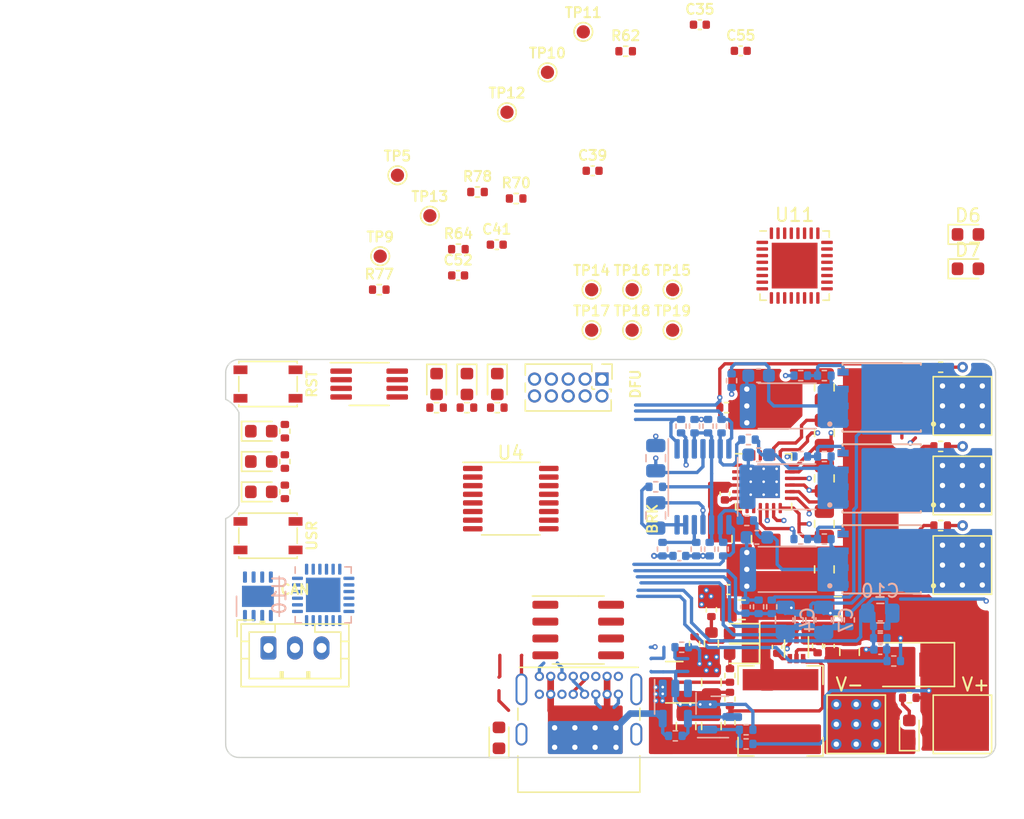
<source format=kicad_pcb>
(kicad_pcb (version 20211014) (generator pcbnew)
  (layers (0 "F.Cu" signal) (1 "In1.Cu" signal) (2 "In2.Cu" signal) (31 "B.Cu" signal) (34 "B.Paste" user) (35 "F.Paste" user) (36 "B.SilkS" user "B.Silkscreen") (37 "F.SilkS" user "F.Silkscreen") (38 "B.Mask" user) (39 "F.Mask" user) (44 "Edge.Cuts" user))
  (net 0 "")
  (net 1 "/MCU/INPUT_VOLTAGE")
  (net 2 "Net-(C14-Pad1)")
  (net 3 "Net-(C19-Pad1)")
  (net 4 "Net-(C20-Pad1)")
  (net 5 "Net-(C21-Pad1)")
  (net 6 "nRESET")
  (net 7 "/MCU/+5V0_VOLTAGE")
  (net 8 "Net-(D5-Pad2)")
  (net 9 "Net-(C10-Pad2)")
  (net 10 "Net-(D6-Pad1)")
  (net 11 "Net-(D6-Pad2)")
  (net 12 "Net-(D7-Pad1)")
  (net 13 "Net-(D7-Pad2)")
  (net 14 "Net-(D15-Pad2)")
  (net 15 "Net-(D16-Pad2)")
  (net 16 "Net-(D17-Pad2)")
  (net 17 "Net-(D18-Pad2)")
  (net 18 "Net-(D19-Pad2)")
  (net 19 "Net-(D20-Pad2)")
  (net 20 "Net-(J1-PadA5)")
  (net 21 "USB_D+")
  (net 22 "USB_D-")
  (net 23 "Net-(J1-PadB5)")
  (net 24 "Net-(J6-Pad1)")
  (net 25 "Net-(J6-Pad3)")
  (net 26 "Net-(J10-Pad1)")
  (net 28 "Net-(Q7-Pad1)")
  (net 29 "Net-(R21-Pad1)")
  (net 30 "/MCU/MOTOR_IC")
  (net 31 "Net-(R25-Pad2)")
  (net 32 "/MCU/MOTOR_IB")
  (net 33 "Net-(R31-Pad2)")
  (net 34 "/MCU/MOTOR_IA")
  (net 35 "Net-(R34-Pad2)")
  (net 36 "USB_Detect")
  (net 37 "BOOT0")
  (net 38 "SERIAL1_IN")
  (net 39 "SERIAL1_OUT")
  (net 40 "NOR_nCS")
  (net 41 "EEPROM_SDA")
  (net 42 "EEPROM_SCL")
  (net 43 "NOR_MOSI")
  (net 44 "NOR_SCK")
  (net 45 "NOR_MISO")
  (net 46 "/MCU/GATE_DRIVE_AH")
  (net 47 "/MCU/GATE_DRIVE_AL")
  (net 48 "/MCU/GATE_DRIVE_BH")
  (net 49 "/MCU/GATE_DRIVE_BL")
  (net 50 "/MCU/GATE_DRIVE_CH")
  (net 51 "/MCU/GATE_DRIVE_CL")
  (net 52 "CAN1_TXD")
  (net 53 "CAN1_RXD")
  (net 54 "SWDIO")
  (net 58 "GND")
  (net 59 "/Outputs and Shunts/A_ISENSE_P")
  (net 60 "VDC")
  (net 61 "/Outputs and Shunts/SH_A")
  (net 62 "Net-(Q1-Pad2)")
  (net 63 "Net-(Q2-Pad2)")
  (net 64 "Net-(Q3-Pad2)")
  (net 65 "Net-(Q4-Pad2)")
  (net 66 "Net-(Q5-Pad2)")
  (net 67 "Net-(Q6-Pad2)")
  (net 68 "/Outputs and Shunts/B_ISENSE_P")
  (net 69 "/Outputs and Shunts/C_ISENSE_P")
  (net 70 "/Outputs and Shunts/SH_B")
  (net 71 "/Outputs and Shunts/SH_C")
  (net 72 "+3.3V")
  (net 73 "/Outputs and Shunts/GDH_A")
  (net 74 "/Outputs and Shunts/GDL_A")
  (net 75 "/Outputs and Shunts/GDH_B")
  (net 76 "/Outputs and Shunts/GDL_B")
  (net 77 "/Outputs and Shunts/GDH_C")
  (net 78 "/Outputs and Shunts/GDL_C")
  (net 83 "+3.3VADC")
  (net 84 "Net-(C24-Pad1)")
  (net 85 "Net-(C24-Pad2)")
  (net 86 "+5V")
  (net 87 "Net-(D1-Pad2)")
  (net 88 "Net-(D3-Pad2)")
  (net 89 "Net-(D4-Pad2)")
  (net 90 "Net-(FB1-Pad2)")
  (net 91 "Net-(Q7-Pad3)")
  (net 92 "ISenseVRef")
  (net 93 "Net-(R37-Pad2)")
  (net 94 "Net-(R40-Pad2)")
  (net 95 "VBUS")
  (net 97 "SWCLK")
  (net 100 "/MCU/Status LEDs/CAN1_ACTV")
  (net 101 "SERIAL1_RST")
  (net 102 "LED_nCS")
  (net 103 "/MCU/Status LEDs/HEARTBEAT")
  (net 104 "/MCU/Status LEDs/STATUS_2")
  (net 105 "/MCU/Status LEDs/STATUS_1")
  (net 106 "/MCU/Status LEDs/ARMED")
  (net 107 "/MCU/Status LEDs/STATUS_0")
  (net 108 "/MCU/Status LEDs/FAULT")
  (footprint "TestPoint:TestPoint_Pad_D1.0mm" (layer "F.Cu") (at 132.942 70.116)
    (fp_text reference "TP5")
    (fp_text value "NOR_nCS")
  )
  (footprint "Diode_SMD:D_SMA" (layer "F.Cu") (at 171.5 107 180)
    (fp_text reference "D2" hide)
    (fp_text value "18v")
  )
  (footprint "Capacitor_SMD:C_0402_1005Metric" (layer "F.Cu") (at 165.481 105.6 90)
    (fp_text reference "C22" hide)
    (fp_text value "100nF")
  )
  (footprint "Diode_SMD:D_0603_1608Metric" (layer "F.Cu") (at 158.75 104.648 180)
    (fp_text reference "D4" hide)
    (fp_text value "Blue LED")
  )
  (footprint "TestPoint:TestPoint_Pad_D1.0mm" (layer "F.Cu") (at 147.57 78.738)
    (fp_text reference "TP14")
    (fp_text value "AH")
  )
  (footprint "Diode_SMD:D_0603_1608Metric" (layer "F.Cu") (at 122.682 91.694)
    (fp_text reference "D17" hide)
    (fp_text value "Blue LED")
  )
  (footprint "TestPoint:TestPoint_Pad_4.0x4.0mm" (layer "F.Cu") (at 175.5 99.5)
    (fp_text reference "J5" hide)
    (fp_text value "TermC")
  )
  (footprint "Capacitor_SMD:C_0805_2012Metric" (layer "F.Cu") (at 156.591 108.331 90)
    (fp_text reference "C29" hide)
    (fp_text value "2.2uF")
  )
  (footprint "Capacitor_SMD:C_0805_2012Metric" (layer "F.Cu") (at 158.877 102.87 180)
    (fp_text reference "C27" hide)
    (fp_text value "2.2uF")
  )
  (footprint "Capacitor_SMD:C_0402_1005Metric" (layer "F.Cu") (at 157.861 101.346)
    (fp_text reference "C28" hide)
    (fp_text value "100nF")
  )
  (footprint "Package_SO:TSSOP-16_4.4x5mm_P0.65mm" (layer "F.Cu") (at 141.478 94.488)
    (fp_text reference "U4")
    (fp_text value "74HC596")
  )
  (footprint "Resistor_SMD:R_0402_1005Metric" (layer "F.Cu") (at 155.321 105.41 90)
    (fp_text reference "R46" hide)
    (fp_text value "49.9")
  )
  (footprint "Resistor_SMD:R_0402_1005Metric" (layer "F.Cu") (at 173.863 90.551 180)
    (fp_text reference "R8" hide)
    (fp_text value "10")
  )
  (footprint "Resistor_SMD:R_0402_1005Metric" (layer "F.Cu") (at 137.532 75.686)
    (fp_text reference "R64")
    (fp_text value "1.5k")
  )
  (footprint "Capacitor_SMD:C_0805_2012Metric" (layer "F.Cu") (at 167 106.045 -90)
    (fp_text reference "C23" hide)
    (fp_text value "10uF")
  )
  (footprint "Diode_SMD:D_0603_1608Metric" (layer "F.Cu") (at 135.89 85.852 -90)
    (fp_text reference "D20" hide)
    (fp_text value "Red LED")
  )
  (footprint "Diode_SMD:D_0603_1608Metric" (layer "F.Cu") (at 122.682 89.408)
    (fp_text reference "D16" hide)
    (fp_text value "Blue LED")
  )
  (footprint "Package_TO_SOT_SMD:SOT-23" (layer "F.Cu") (at 153.797 108.331 180)
    (fp_text reference "U9" hide)
    (fp_text value "AP2120")
  )
  (footprint "Button_Switch_SMD:SW_SPST_PTS810" (layer "F.Cu") (at 123.19 85.852 180)
    (fp_text reference "SW1" hide)
    (fp_text value "Reset")
  )
  (footprint "Capacitor_SMD:C_0805_2012Metric" (layer "F.Cu") (at 165.1 86.106 90)
    (fp_text reference "C3" hide)
    (fp_text value "2.2uF")
  )
  (footprint "Resistor_SMD:R_0402_1005Metric" (layer "F.Cu") (at 124.46 93.98 -90)
    (fp_text reference "R90" hide)
    (fp_text value "200")
  )
  (footprint "Inductor_SMD:L_Bourns-SRN6028" (layer "F.Cu") (at 161.798 110.49 -90)
    (fp_text reference "L1" hide)
    (fp_text value "4.7uH")
  )
  (footprint "TestPoint:TestPoint_Pad_D1.0mm" (layer "F.Cu") (at 146.942 59.306)
    (fp_text reference "TP11")
    (fp_text value "EEPROM_SDA")
  )
  (footprint "Capacitor_SMD:C_0402_1005Metric" (layer "F.Cu") (at 140.422 75.346)
    (fp_text reference "C41")
    (fp_text value "100nF")
  )
  (footprint "Package_DFN_QFN:VQFN-24-1EP_4x4mm_P0.5mm_EP2.45x2.45mm_ThermalVias" (layer "F.Cu") (at 160.528 93.218)
    (fp_text reference "U5" hide)
    (fp_text value "DRV8300DRGER")
  )
  (footprint "TestPoint:TestPoint_Pad_4.0x4.0mm" (layer "F.Cu") (at 175.5 87.5)
    (fp_text reference "J3" hide)
    (fp_text value "TermA")
  )
  (footprint "Connector_USB:USB_C_Receptacle_GCT_USB4085" (layer "F.Cu") (at 143.6338 107.8874)
    (fp_text reference "J1" hide)
    (fp_text value "USB_C_Receptacle_USB2.0")
  )
  (footprint "Resistor_SMD:R_0402_1005Metric" (layer "F.Cu") (at 157.988 111.379 90)
    (fp_text reference "R40" hide)
    (fp_text value "51k")
  )
  (footprint "TestPoint:TestPoint_Pad_D1.0mm" (layer "F.Cu") (at 150.62 81.788)
    (fp_text reference "TP18")
    (fp_text value "CH")
  )
  (footprint "TestPoint:TestPoint_Pad_4.0x4.0mm" (layer "F.Cu") (at 167.5 111.5)
    (fp_text reference "J12" hide)
    (fp_text value "GND")
  )
  (footprint "TestPoint:TestPoint_Pad_D1.0mm" (layer "F.Cu") (at 150.62 78.738)
    (fp_text reference "TP16")
    (fp_text value "BH")
  )
  (footprint "Diode_SMD:D_0603_1608Metric" (layer "F.Cu") (at 175.9204 74.5744)
    (fp_text reference "D6")
    (fp_text value "Yellow LED")
  )
  (footprint "TestPoint:TestPoint_Pad_D1.0mm" (layer "F.Cu") (at 135.382 73.166)
    (fp_text reference "TP13")
    (fp_text value "NOR_MISO")
  )
  (footprint "TestPoint:TestPoint_Pad_D1.0mm" (layer "F.Cu") (at 153.67 81.788)
    (fp_text reference "TP19")
    (fp_text value "CL")
  )
  (footprint "TestPoint:TestPoint_Pad_D1.0mm" (layer "F.Cu") (at 131.642 76.216)
    (fp_text reference "TP9")
    (fp_text value "NOR_MOSI")
  )
  (footprint "TestPoint:TestPoint_Pad_D1.0mm" (layer "F.Cu") (at 153.67 78.738)
    (fp_text reference "TP15")
    (fp_text value "AL")
  )
  (footprint "Capacitor_SMD:C_0402_1005Metric" (layer "F.Cu") (at 137.512 77.666)
    (fp_text reference "C52")
    (fp_text value "100nF")
  )
  (footprint "Resistor_SMD:R_0402_1005Metric" (layer "F.Cu") (at 173.863 96.52 180)
    (fp_text reference "R14" hide)
    (fp_text value "10")
  )
  (footprint "Package_TO_SOT_SMD:SOT-563" (layer "F.Cu") (at 163 105.8 -90)
    (fp_text reference "U7" hide)
    (fp_text value "AP62200Z6-7")
  )
  (footprint "Connector_PinHeader_1.27mm:PinHeader_2x05_P1.27mm_Vertical" (layer "F.Cu") (at 148.346 85.481 -90)
    (fp_text reference "J10" hide)
    (fp_text value "~")
  )
  (footprint "Capacitor_SMD:C_0805_2012Metric" (layer "F.Cu") (at 165.1 96.393 -90)
    (fp_text reference "C21" hide)
    (fp_text value "2.2uF")
  )
  (footprint "Resistor_SMD:R_0402_1005Metric" (layer "F.Cu") (at 124.46 91.694 -90)
    (fp_text reference "R88" hide)
    (fp_text value "200")
  )
  (footprint "Resistor_SMD:R_0402_1005Metric" (layer "F.Cu") (at 135.89 87.63 180)
    (fp_text reference "R91" hide)
    (fp_text value "1.5k")
  )
  (footprint "TestPoint:TestPoint_Pad_4.0x4.0mm" (layer "F.Cu") (at 175.5 111.5)
    (fp_text reference "J11" hide)
    (fp_text value "VDC")
  )
  (footprint "Connector_JST:JST_PH_B3B-PH-K_1x03_P2.00mm_Vertical" (layer "F.Cu") (at 123.222 105.749)
    (fp_text reference "J6" hide)
    (fp_text value "CAN1")
  )
  (footprint "Capacitor_SMD:C_0402_1005Metric" (layer "F.Cu") (at 157.607 94.107 90)
    (fp_text reference "C17" hide)
    (fp_text value "100nF")
  )
  (footprint "Project Mosfets:TRANS_BSC076N06NS3-G" (layer "F.Cu") (at 169.4245 99.06 180)
    (fp_text reference "Q5" hide)
    (fp_text value "MCAC80N10Y")
  )
  (footprint "Button_Switch_SMD:SW_SPST_PTS810" (layer "F.Cu") (at 123.19 97.282)
    (fp_text reference "SW2" hide)
    (fp_text value "Boot")
  )
  (footprint "Capacitor_SMD:C_0805_2012Metric" (layer "F.Cu") (at 166.116 102.616 180)
    (fp_text reference "C6" hide)
    (fp_text value "2.2uF")
  )
  (footprint "Resistor_SMD:R_0402_1005Metric" (layer "F.Cu") (at 141.882 71.866)
    (fp_text reference "R70")
    (fp_text value "10k")
  )
  (footprint "TestPoint:TestPoint_Pad_D1.0mm" (layer "F.Cu") (at 144.242 62.356)
    (fp_text reference "TP10")
    (fp_text value "NOR_SCK")
  )
  (footprint "Capacitor_SMD:C_0805_2012Metric" (layer "F.Cu") (at 165.1 99.822 -90)
    (fp_text reference "C9" hide)
    (fp_text value "2.2uF")
  )
  (footprint "Capacitor_SMD:C_0805_2012Metric" (layer "F.Cu") (at 165.1 92.964 -90)
    (fp_text reference "C20" hide)
    (fp_text value "2.2uF")
  )
  (footprint "Resistor_SMD:R_0402_1005Metric" (layer "F.Cu") (at 150.132 60.766)
    (fp_text reference "R62")
    (fp_text value "120")
  )
  (footprint "Resistor_SMD:R_0402_1005Metric" (layer "F.Cu") (at 173.863 84.582 180)
    (fp_text reference "R2" hide)
    (fp_text value "10")
  )
  (footprint "Package_DFN_QFN:QFN-32-1EP_5x5mm_P0.5mm_EP3.45x3.45mm" (layer "F.Cu") (at 162.8604 76.9244)
    (fp_text reference "U11")
    (fp_text value "STM32L432KBUx")
  )
  (footprint "Diode_SMD:D_0603_1608Metric" (layer "F.Cu") (at 138.176 85.852 -90)
    (fp_text reference "D15" hide)
    (fp_text value "Green LED")
  )
  (footprint "Resistor_SMD:R_0402_1005Metric" (layer "F.Cu") (at 164.592 105.6 -90)
    (fp_text reference "R37" hide)
    (fp_text value "10k")
  )
  (footprint "Resistor_SMD:R_0402_1005Metric" (layer "F.Cu") (at 157.734 87.63)
    (fp_text reference "R9" hide)
    (fp_text value "5.1k")
  )
  (footprint "Resistor_SMD:R_0402_1005Metric" (layer "F.Cu") (at 138.176 87.63 180)
    (fp_text reference "R86" hide)
    (fp_text value "10k")
  )
  (footprint "Resistor_SMD:R_0402_1005Metric" (layer "F.Cu") (at 156.591 102.87 90)
    (fp_text reference "R42" hide)
    (fp_text value "10")
  )
  (footprint "Resistor_SMD:R_0402_1005Metric" (layer "F.Cu") (at 157.988 107.823 90)
    (fp_text reference "R45" hide)
    (fp_text value "200")
  )
  (footprint "Resistor_SMD:R_0402_1005Metric" (layer "F.Cu") (at 171.5 109.5 180)
    (fp_text reference "R43" hide)
    (fp_text value "1.5k")
  )
  (footprint "TestPoint:TestPoint_Pad_D1.0mm" (layer "F.Cu") (at 141.192 65.366)
    (fp_text reference "TP12")
    (fp_text value "EEPROM_SCL")
  )
  (footprint "Resistor_SMD:R_0402_1005Metric" (layer "F.Cu") (at 138.972 71.376)
    (fp_text reference "R78")
    (fp_text value "1.5k")
  )
  (footprint "Resistor_SMD:R_0402_1005Metric" (layer "F.Cu") (at 140.462 87.63 180)
    (fp_text reference "R89" hide)
    (fp_text value "10k")
  )
  (footprint "Resistor_SMD:R_0402_1005Metric" (layer "F.Cu") (at 124.46 89.408 -90)
    (fp_text reference "R87" hide)
    (fp_text value "200")
  )
  (footprint "TestPoint:TestPoint_Pad_D1.0mm" (layer "F.Cu") (at 147.57 81.788)
    (fp_text reference "TP17")
    (fp_text value "BL")
  )
  (footprint "Capacitor_SMD:C_0805_2012Metric" (layer "F.Cu") (at 165.1 89.535 -90)
    (fp_text reference "C19" hide)
    (fp_text value "2.2uF")
  )
  (footprint "Project Mosfets:TRANS_BSC076N06NS3-G" (layer "F.Cu") (at 169.4245 86.868 180)
    (fp_text reference "Q1" hide)
    (fp_text value "MCAC80N10Y")
  )
  (footprint "Resistor_SMD:R_0402_1005Metric" (layer "F.Cu") (at 157.988 109.601 -90)
    (fp_text reference "R41" hide)
    (fp_text value "10k")
  )
  (footprint "Capacitor_SMD:C_0402_1005Metric" (layer "F.Cu") (at 155.722 58.766)
    (fp_text reference "C35")
    (fp_text value "100nF")
  )
  (footprint "Package_SO:MSOP-8_3x3mm_P0.65mm" (layer "F.Cu") (at 130.81 85.852)
    (fp_text reference "U3" hide)
    (fp_text value "24LC128")
  )
  (footprint "Capacitor_SMD:C_0805_2012Metric" (layer "F.Cu") (at 158.877 97.536 -90)
    (fp_text reference "C18" hide)
    (fp_text value "10uF")
  )
  (footprint "Capacitor_SMD:C_0402_1005Metric" (layer "F.Cu") (at 161.544 105.664 -90)
    (fp_text reference "C24" hide)
    (fp_text value "100nF")
  )
  (footprint "Diode_SMD:D_0603_1608Metric" (layer "F.Cu") (at 140.462 85.852 -90)
    (fp_text reference "D18" hide)
    (fp_text value "Green LED")
  )
  (footprint "Project Mosfets:TRANS_BSC076N06NS3-G" (layer "F.Cu") (at 169.4245 92.964 180)
    (fp_text reference "Q3" hide)
    (fp_text value "MCAC80N10Y")
  )
  (footprint "Package_SO:SOIC-8_3.9x4.9mm_P1.27mm" (layer "F.Cu") (at 146.558 104.394)
    (fp_text reference "U2" hide)
    (fp_text value "AT25SF081-SSHD-X")
  )
  (footprint "Capacitor_SMD:C_0402_1005Metric" (layer "F.Cu") (at 158.802 60.736)
    (fp_text reference "C55")
    (fp_text value "100nF")
  )
  (footprint "Diode_SMD:D_0603_1608Metric" (layer "F.Cu") (at 175.9204 77.1644)
    (fp_text reference "D7")
    (fp_text value "Yellow LED")
  )
  (footprint "Capacitor_SMD:C_0805_2012Metric" (layer "F.Cu") (at 156.591 111.633 90)
    (fp_text reference "C25" hide)
    (fp_text value "10uF")
  )
  (footprint "Diode_SMD:D_0603_1608Metric" (layer "F.Cu") (at 122.682 93.98)
    (fp_text reference "D19" hide)
    (fp_text value "Blue LED")
  )
  (footprint "TestPoint:TestPoint_Pad_4.0x4.0mm" (layer "F.Cu") (at 175.5 93.5)
    (fp_text reference "J4" hide)
    (fp_text value "TermB")
  )
  (footprint "Diode_SMD:D_0603_1608Metric" (layer "F.Cu") (at 140.589 112.522 90)
    (fp_text reference "D5" hide)
    (fp_text value "Yellow LED")
  )
  (footprint "Diode_SMD:D_0603_1608Metric" (layer "F.Cu") (at 158.75 106.172 180)
    (fp_text reference "D3" hide)
    (fp_text value "Blue LED")
  )
  (footprint "Capacitor_SMD:C_0402_1005Metric" (layer "F.Cu") (at 147.642 69.776)
    (fp_text reference "C39")
    (fp_text value "100nF")
  )
  (footprint "Capacitor_SMD:C_0805_2012Metric" (layer "F.Cu") (at 154.686 111.633 90)
    (fp_text reference "C26" hide)
    (fp_text value "10uF")
  )
  (footprint "Resistor_SMD:R_0603_1608Metric" (layer "F.Cu") (at 156.591 105.41 90)
    (fp_text reference "FB1" hide)
    (fp_text value "FerriteBead_Small")
  )
  (footprint "Diode_SMD:D_0603_1608Metric" (layer "F.Cu") (at 171.5 112 90)
    (fp_text reference "D1" hide)
    (fp_text value "Blue LED")
  )
  (footprint "Resistor_SMD:R_0402_1005Metric" (layer "F.Cu") (at 131.572 78.736)
    (fp_text reference "R77")
    (fp_text value "1.5k")
  )
  (footprint "Project Mosfets:TRANS_BSC076N06NS3-G" (layer "B.Cu") (at 169.4115 99.06)
    (fp_text reference "Q6" hide)
    (fp_text value "MCAC80N10Y")
  )
  (footprint "Package_TO_SOT_SMD:SOT-23-5" (layer "B.Cu") (at 153.8732 109.9312 -90)
    (fp_text reference "U8" hide)
    (fp_text value "AP2171W")
  )
  (footprint "Resistor_SMD:R_0402_1005Metric" (layer "B.Cu") (at 159.385 90.043 180)
    (fp_text reference "R32" hide)
    (fp_text value "1k")
  )
  (footprint "Resistor_SMD:R_0402_1005Metric" (layer "B.Cu") (at 159.2072 111.9124 180)
    (fp_text reference "R38" hide)
    (fp_text value "10k")
  )
  (footprint "Resistor_SMD:R_0402_1005Metric" (layer "B.Cu") (at 169.3144 104.0892 180)
    (fp_text reference "R7" hide)
    (fp_text value "1.5k")
  )
  (footprint "Resistor_SMD:R_0402_1005Metric" (layer "B.Cu") (at 163.322 97.536)
    (fp_text reference "R16" hide)
    (fp_text value "10")
  )
  (footprint "Resistor_SMD:R_0402_1005Metric" (layer "B.Cu") (at 152.908 98.298 -90)
    (fp_text reference "R21" hide)
    (fp_text value "10k")
  )
  (footprint "Resistor_SMD:R_0402_1005Metric" (layer "B.Cu") (at 166.0144 103.632 -90)
    (fp_text reference "R19" hide)
    (fp_text value "1.5k")
  )
  (footprint "Resistor_SMD:R_2512_6332Metric" (layer "B.Cu") (at 162.2645 93.599 180)
    (fp_text reference "R12" hide)
    (fp_text value "0.01")
  )
  (footprint "Resistor_SMD:R_0402_1005Metric" (layer "B.Cu") (at 156.464 98.298 90)
    (fp_text reference "R27" hide)
    (fp_text value "1k")
  )
  (footprint "Capacitor_SMD:C_0402_1005Metric" (layer "B.Cu") (at 169.3144 105.8672 180)
    (fp_text reference "C13" hide)
    (fp_text value "100nF")
  )
  (footprint "Resistor_SMD:R_0402_1005Metric" (layer "B.Cu") (at 163.322 91.313)
    (fp_text reference "R10" hide)
    (fp_text value "10")
  )
  (footprint "Resistor_SMD:R_0402_1005Metric" (layer "B.Cu") (at 157.353 89.027 -90)
    (fp_text reference "R31" hide)
    (fp_text value "10k")
  )
  (footprint "Capacitor_SMD:C_0805_2012Metric" (layer "B.Cu") (at 169.3144 103.124 180)
    (fp_text reference "C10")
    (fp_text value "2.2uF")
  )
  (footprint "Capacitor_SMD:C_0805_2012Metric" (layer "B.Cu") (at 162.1536 103.632 90)
    (fp_text reference "C4")
    (fp_text value "2.2uF")
  )
  (footprint "Resistor_SMD:R_2512_6332Metric" (layer "B.Cu") (at 162.306 87.503 180)
    (fp_text reference "R6" hide)
    (fp_text value "0.01")
  )
  (footprint "Resistor_SMD:R_0402_1005Metric" (layer "B.Cu") (at 161.1376 102.644 90)
    (fp_text reference "R3" hide)
    (fp_text value "10k")
  )
  (footprint "Package_SO:TSSOP-14_4.4x5mm_P0.65mm" (layer "B.Cu") (at 155.956 93.599 -90)
    (fp_text reference "U6" hide)
    (fp_text value "TSV994")
  )
  (footprint "Resistor_SMD:R_2512_6332Metric" (layer "B.Cu") (at 162.306 99.822 180)
    (fp_text reference "R18" hide)
    (fp_text value "0.01")
  )
  (footprint "Resistor_SMD:R_0402_1005Metric" (layer "B.Cu") (at 165.1 91.313)
    (fp_text reference "R11" hide)
    (fp_text value "39k")
  )
  (footprint "Resistor_SMD:R_0402_1005Metric" (layer "B.Cu") (at 163.1188 103.632 -90)
    (fp_text reference "R13" hide)
    (fp_text value "5.1k")
  )
  (footprint "Resistor_SMD:R_0402_1005Metric" (layer "B.Cu") (at 166.9796 103.632 90)
    (fp_text reference "R20" hide)
    (fp_text value "1.5k")
  )
  (footprint "Resistor_SMD:R_0402_1005Metric" (layer "B.Cu") (at 158.115 85.598 -90)
    (fp_text reference "R35" hide)
    (fp_text value "1k")
  )
  (footprint "Capacitor_SMD:C_0805_2012Metric" (layer "B.Cu") (at 165.0492 103.632 90)
    (fp_text reference "C7")
    (fp_text value "2.2uF")
  )
  (footprint "Resistor_SMD:R_0402_1005Metric" (layer "B.Cu") (at 159.2072 112.9792 180)
    (fp_text reference "R39" hide)
    (fp_text value "1k")
  )
  (footprint "Resistor_SMD:R_0402_1005Metric" (layer "B.Cu") (at 154.3558 105.6894)
    (fp_text reference "R29" hide)
    (fp_text value "10k")
  )
  (footprint "Project Mosfets:TRANS_BSC076N06NS3-G" (layer "B.Cu") (at 169.4115 86.868)
    (fp_text reference "Q2" hide)
    (fp_text value "MCAC80N10Y")
  )
  (footprint "Resistor_SMD:R_0402_1005Metric" (layer "B.Cu") (at 164.084 103.632 90)
    (fp_text reference "R15" hide)
    (fp_text value "10k")
  )
  (footprint "Resistor_SMD:R_0402_1005Metric" (layer "B.Cu") (at 170.3304 106.7308)
    (fp_text reference "R23" hide)
    (fp_text value "10k")
  )
  (footprint "Resistor_SMD:R_0402_1005Metric" (layer "B.Cu") (at 163.322 85.217)
    (fp_text reference "R4" hide)
    (fp_text value "10")
  )
  (footprint "Resistor_SMD:R_0402_1005Metric" (layer "B.Cu") (at 156.337 89.027 -90)
    (fp_text reference "R33" hide)
    (fp_text value "1k")
  )
  (footprint "Resistor_SMD:R_0402_1005Metric" (layer "B.Cu") (at 165.1 85.217)
    (fp_text reference "R5" hide)
    (fp_text value "39k")
  )
  (footprint "Resistor_SMD:R_0402_1005Metric" (layer "B.Cu") (at 169.3144 105.0036 180)
    (fp_text reference "R24" hide)
    (fp_text value "1.5k")
  )
  (footprint "Capacitor_SMD:C_0603_1608Metric" (layer "B.Cu") (at 160.02 97.409 180)
    (fp_text reference "C8" hide)
    (fp_text value "1nF")
  )
  (footprint "Resistor_SMD:R_0402_1005Metric" (layer "B.Cu") (at 155.321 89.027 -90)
    (fp_text reference "R36" hide)
    (fp_text value "1k")
  )
  (footprint "Resistor_SMD:R_0402_1005Metric" (layer "B.Cu") (at 157.48 98.298 90)
    (fp_text reference "R25" hide)
    (fp_text value "10k")
  )
  (footprint "Resistor_SMD:R_0402_1005Metric" (layer "B.Cu") (at 165.1 97.536)
    (fp_text reference "R17" hide)
    (fp_text value "39k")
  )
  (footprint "Capacitor_SMD:C_0402_1005Metric" (layer "B.Cu") (at 154.178 98.806 180)
    (fp_text reference "C12" hide)
    (fp_text value "100nF")
  )
  (footprint "Package_SON:HVSON-8-1EP_3x3mm_P0.65mm_EP1.6x2.4mm" (layer "B.Cu") (at 122.428 101.854 -90)
    (fp_text reference "U1" hide)
    (fp_text value "TLE9250X")
  )
  (footprint "Capacitor_SMD:C_0603_1608Metric" (layer "B.Cu") (at 160.147 85.217 180)
    (fp_text reference "C2" hide)
    (fp_text value "1nF")
  )
  (footprint "Package_DFN_QFN:QFN-24-1EP_4x4mm_P0.5mm_EP2.6x2.6mm" (layer "B.Cu") (at 127.346 101.746 -90)
    (fp_text reference "U10")
    (fp_text value "CP2104")
  )
  (footprint "Resistor_SMD:R_0402_1005Metric" (layer "B.Cu") (at 152.4 93.599)
    (fp_text reference "R28" hide)
    (fp_text value "10k")
  )
  (footprint "Resistor_SMD:R_0402_1005Metric" (layer "B.Cu") (at 153.8732 112.3696)
    (fp_text reference "R44" hide)
    (fp_text value "10k")
  )
  (footprint "Project Mosfets:TRANS_BSC076N06NS3-G" (layer "B.Cu") (at 169.4115 92.964)
    (fp_text reference "Q4" hide)
    (fp_text value "MCAC80N10Y")
  )
  (footprint "Capacitor_SMD:C_0805_2012Metric" (layer "B.Cu") (at 152.4 91.44 90)
    (fp_text reference "C16" hide)
    (fp_text value "2.2uF")
  )
  (footprint "Capacitor_SMD:C_0805_2012Metric" (layer "B.Cu") (at 152.4 95.758 90)
    (fp_text reference "C14" hide)
    (fp_text value "2.2uF")
  )
  (footprint "Capacitor_SMD:C_0402_1005Metric" (layer "B.Cu") (at 159.1564 102.644 90)
    (fp_text reference "C1" hide)
    (fp_text value "100nF")
  )
  (footprint "Resistor_SMD:R_0402_1005Metric" (layer "B.Cu") (at 154.305 89.027 -90)
    (fp_text reference "R34" hide)
    (fp_text value "10k")
  )
  (footprint "Resistor_SMD:R_0402_1005Metric" (layer "B.Cu") (at 155.448 98.298 90)
    (fp_text reference "R22" hide)
    (fp_text value "10k")
  )
  (footprint "Capacitor_SMD:C_0603_1608Metric" (layer "B.Cu") (at 160.147 91.186 180)
    (fp_text reference "C5" hide)
    (fp_text value "1nF")
  )
  (footprint "Resistor_SMD:R_0402_1005Metric" (layer "B.Cu") (at 160.147 102.644 -90)
    (fp_text reference "R1" hide)
    (fp_text value "10k")
  )
  (footprint "Resistor_SMD:R_0402_1005Metric" (layer "B.Cu") (at 159.258 96.139 180)
    (fp_text reference "R26" hide)
    (fp_text value "1k")
  )
  (footprint "Package_TO_SOT_SMD:SOT-23" (layer "B.Cu") (at 157.226 110.9472)
    (fp_text reference "Q7" hide)
    (fp_text value "2N7002")
  )
  (gr_line (start 177 84) (end 121 84) (layer "Edge.Cuts") (width 0.1))
  (gr_line (start 120 96) (end 120 113) (layer "Edge.Cuts") (width 0.1))
  (gr_arc (start 177 84) (mid 177.707107 84.292893) (end 178 85) (layer "Edge.Cuts") (width 0.1))
  (gr_line (start 177 114) (end 121 114) (layer "Edge.Cuts") (width 0.1))
  (gr_line (start 121 88) (end 121 95) (layer "Edge.Cuts") (width 0.1))
  (gr_arc (start 121 95) (mid 120.581206 95.581206) (end 120 95.999999) (layer "Edge.Cuts") (width 0.1))
  (gr_line (start 178 85) (end 178 113) (layer "Edge.Cuts") (width 0.1))
  (gr_arc (start 120 85) (mid 120.292893 84.292893) (end 121 84) (layer "Edge.Cuts") (width 0.1))
  (gr_line (start 120 85) (end 120 87) (layer "Edge.Cuts") (width 0.1))
  (gr_arc (start 178 113) (mid 177.707107 113.707107) (end 177 114) (layer "Edge.Cuts") (width 0.1))
  (gr_arc (start 120 87.000001) (mid 120.581138 87.418862) (end 120.999999 88) (layer "Edge.Cuts") (width 0.1))
  (gr_arc (start 121 114) (mid 120.292893 113.707107) (end 120 113) (layer "Edge.Cuts") (width 0.1))
  (gr_text "BRK" (at 152.146 96.012 90) (layer "F.SilkS") (effects (font (size 0.75 0.75))))
  (gr_text "RST" (at 126.492 85.852 90) (layer "F.SilkS") (effects (font (size 0.75 0.75))))
  (gr_text "USR" (at 126.492 97.282 90) (layer "F.SilkS") (effects (font (size 0.75 0.75))))
  (gr_text "V+" (at 176.5 108.5) (layer "F.SilkS") (effects (font (size 1 1))))
  (gr_text "DFU" (at 150.876 85.852 90) (layer "F.SilkS") (effects (font (size 0.75 0.75))))
  (gr_text "CAN" (at 125.222 101.346) (layer "F.SilkS") (effects (font (size 0.75 0.75))))
  (gr_text "V-" (at 167 108.5) (layer "F.SilkS") (effects (font (size 1 1))))
  (segment (start 169.7944 106.7048) (end 169.8204 106.7308) (width 0.25) (layer "B.Cu") (net 1))
  (segment (start 161.466521 105.7148) (end 156.337 105.7148) (width 0.25) (layer "B.Cu") (net 1))
  (segment (start 169.7944 105.8672) (end 169.7944 106.7048) (width 0.25) (layer "B.Cu") (net 1))
  (segment (start 156.337 105.7148) (end 154.5844 103.9622) (width 0.25) (layer "B.Cu") (net 1))
  (segment (start 154.5844 102.2096) (end 154.2288 101.854) (width 0.25) (layer "B.Cu") (net 1))
  (segment (start 169.8244 105.0036) (end 169.8244 105.8372) (width 0.25) (layer "B.Cu") (net 1))
  (segment (start 169.8244 105.8372) (end 169.7944 105.8672) (width 0.25) (layer "B.Cu") (net 1))
  (segment (start 169.8204 106.7308) (end 162.482521 106.7308) (width 0.25) (layer "B.Cu") (net 1))
  (segment (start 154.5844 103.9622) (end 154.5844 102.2096) (width 0.25) (layer "B.Cu") (net 1))
  (segment (start 154.2288 101.854) (end 151.0284 101.854) (width 0.25) (layer "B.Cu") (net 1))
  (segment (start 162.482521 106.7308) (end 161.466521 105.7148) (width 0.25) (layer "B.Cu") (net 1))
  (segment (start 151.699 96.708) (end 152.4 96.708) (width 0.25) (layer "B.Cu") (net 2))
  (segment (start 151.35 96.359) (end 151.699 96.708) (width 0.25) (layer "B.Cu") (net 2))
  (segment (start 151.35 93.887) (end 151.35 96.359) (width 0.25) (layer "B.Cu") (net 2))
  (segment (start 151.638 93.599) (end 151.35 93.887) (width 0.25) (layer "B.Cu") (net 2))
  (segment (start 152.6465 96.4615) (end 152.4 96.708) (width 0.25) (layer "B.Cu") (net 2))
  (segment (start 154.656 96.4615) (end 154.006 96.4615) (width 0.25) (layer "B.Cu") (net 2))
  (segment (start 152.5 97.05) (end 152.3 97.05) (width 0.25) (layer "B.Cu") (net 2))
  (segment (start 151.89 93.599) (end 151.638 93.599) (width 0.25) (layer "B.Cu") (net 2))
  (segment (start 154.006 96.4615) (end 152.6465 96.4615) (width 0.25) (layer "B.Cu") (net 2))
  (segment (start 154.006 96.4615) (end 154.006 96.494) (width 0.25) (layer "B.Cu") (net 2))
  (segment (start 152.3 97.05) (end 151.99 96.74) (width 0.25) (layer "B.Cu") (net 2))
  (segment (start 161.278 91.2305) (end 161.278 90.69) (width 0.25) (layer "F.Cu") (net 3))
  (segment (start 163.38 89.858) (end 163.38 88.969) (width 0.25) (layer "F.Cu") (net 3))
  (segment (start 163.764 88.585) (end 165.1 88.585) (width 0.25) (layer "F.Cu") (net 3))
  (segment (start 162.941 90.297) (end 163.38 89.858) (width 0.25) (layer "F.Cu") (net 3))
  (segment (start 163.38 88.969) (end 163.764 88.585) (width 0.25) (layer "F.Cu") (net 3))
  (segment (start 161.278 90.69) (end 161.671 90.297) (width 0.25) (layer "F.Cu") (net 3))
  (segment (start 161.671 90.297) (end 162.941 90.297) (width 0.25) (layer "F.Cu") (net 3))
  (segment (start 163.183 92.468) (end 163.576 92.075) (width 0.25) (layer "F.Cu") (net 4))
  (segment (start 162.5155 92.468) (end 163.183 92.468) (width 0.25) (layer "F.Cu") (net 4))
  (segment (start 165.039 92.075) (end 165.1 92.014) (width 0.25) (layer "F.Cu") (net 4))
  (segment (start 163.576 92.075) (end 165.039 92.075) (width 0.25) (layer "F.Cu") (net 4))
  (segment (start 164.97 94.739) (end 165.1 94.869) (width 0.25) (layer "F.Cu") (net 5))
  (segment (start 165.1 94.869) (end 165.1 95.443) (width 0.25) (layer "F.Cu") (net 5))
  (segment (start 163.954 94.739) (end 164.97 94.739) (width 0.25) (layer "F.Cu") (net 5))
  (segment (start 162.5155 93.968) (end 163.183 93.968) (width 0.25) (layer "F.Cu") (net 5))
  (segment (start 163.183 93.968) (end 163.954 94.739) (width 0.25) (layer "F.Cu") (net 5))
  (segment (start 152.9588 106.5256) (end 152.0744 106.5256) (width 0.25) (layer "B.Cu") (net 7))
  (segment (start 153.0116 106.4728) (end 152.9588 106.5256) (width 0.25) (layer "B.Cu") (net 7))
  (segment (start 152.0744 106.5256) (end 152.0444 106.5556) (width 0.25) (layer "B.Cu") (net 7))
  (segment (start 153.0116 105.6894) (end 153.0116 106.4728) (width 0.25) (layer "B.Cu") (net 7))
  (segment (start 158.244 88.616) (end 158.214 88.646) (width 0.25) (layer "F.Cu") (net 20))
  (segment (start 158.244 87.63) (end 158.244 88.616) (width 0.25) (layer "F.Cu") (net 20))
  (segment (start 145.3338 107.2318) (end 144.9852 106.8832) (width 0.25) (layer "B.Cu") (net 20))
  (segment (start 145.3338 107.8874) (end 145.3338 107.2318) (width 0.25) (layer "B.Cu") (net 20))
  (segment (start 147.0338 109.0862) (end 146.1838 108.2362) (width 0.25) (layer "B.Cu") (net 21))
  (segment (start 147.0338 109.2374) (end 147.0338 109.0862) (width 0.25) (layer "B.Cu") (net 21))
  (segment (start 146.1838 108.2362) (end 146.1838 107.8874) (width 0.25) (layer "B.Cu") (net 21))
  (segment (start 147.0338 107.8874) (end 147.0338 108.1854) (width 0.25) (layer "F.Cu") (net 22))
  (segment (start 147.0338 108.1854) (end 146.1838 109.0354) (width 0.25) (layer "F.Cu") (net 22))
  (segment (start 146.1838 109.0354) (end 146.1838 109.2374) (width 0.25) (layer "F.Cu") (net 22))
  (segment (start 147.8838 109.8874) (end 148.2324 110.236) (width 0.25) (layer "B.Cu") (net 23))
  (segment (start 147.8838 109.2374) (end 147.8838 109.8874) (width 0.25) (layer "B.Cu") (net 23))
  (segment (start 158.6972 112.9792) (end 158.6972 111.9124) (width 0.25) (layer "B.Cu") (net 28))
  (segment (start 158.682 111.8972) (end 158.6972 111.9124) (width 0.25) (layer "B.Cu") (net 28))
  (segment (start 156.2885 111.8972) (end 158.682 111.8972) (width 0.25) (layer "B.Cu") (net 28))
  (segment (start 155.306 97.646) (end 155.448 97.788) (width 0.25) (layer "B.Cu") (net 29))
  (segment (start 155.306 96.4615) (end 155.306 97.646) (width 0.25) (layer "B.Cu") (net 29))
  (segment (start 155.448 97.788) (end 152.908 97.788) (width 0.25) (layer "B.Cu") (net 29))
  (segment (start 157.5 98.76) (end 157.99 98.76) (width 0.25) (layer "B.Cu") (net 30))
  (segment (start 158.25 96.8055) (end 157.906 96.4615) (width 0.25) (layer "B.Cu") (net 30))
  (segment (start 157.226 99.441) (end 150.749 99.441) (width 0.25) (layer "B.Cu") (net 30))
  (segment (start 158.25 98.5) (end 158.25 96.8055) (width 0.25) (layer "B.Cu") (net 30))
  (segment (start 157.48 99.187) (end 157.226 99.441) (width 0.25) (layer "B.Cu") (net 30))
  (segment (start 157.99 98.76) (end 158.25 98.5) (width 0.25) (layer "B.Cu") (net 30))
  (segment (start 157.48 98.808) (end 157.48 99.187) (width 0.25) (layer "B.Cu") (net 30))
  (segment (start 157.585 95.399) (end 157.256 95.728) (width 0.25) (layer "B.Cu") (net 31))
  (segment (start 158.748 95.748) (end 158.399 95.399) (width 0.25) (layer "B.Cu") (net 31))
  (segment (start 158.748 96.139) (end 158.748 95.748) (width 0.25) (layer "B.Cu") (net 31))
  (segment (start 157.256 97.496) (end 157.5 97.74) (width 0.25) (layer "B.Cu") (net 31))
  (segment (start 158.399 95.399) (end 157.585 95.399) (width 0.25) (layer "B.Cu") (net 31))
  (segment (start 157.256 95.728) (end 157.256 96.4615) (width 0.25) (layer "B.Cu") (net 31))
  (segment (start 157.256 96.4615) (end 157.256 97.496) (width 0.25) (layer "B.Cu") (net 31))
  (segment (start 157.859 88.517) (end 157.353 88.517) (width 0.25) (layer "B.Cu") (net 32))
  (segment (start 157.353 88.138) (end 157.099 87.884) (width 0.25) (layer "B.Cu") (net 32))
  (segment (start 157.906 90.7365) (end 157.906 90.125) (width 0.25) (layer "B.Cu") (net 32))
  (segment (start 157.906 90.125) (end 158.115 89.916) (width 0.25) (layer "B.Cu") (net 32))
  (segment (start 158.115 88.773) (end 157.859 88.517) (width 0.25) (layer "B.Cu") (net 32))
  (segment (start 157.353 88.517) (end 157.353 88.138) (width 0.25) (layer "B.Cu") (net 32))
  (segment (start 157.099 87.884) (end 150.876 87.884) (width 0.25) (layer "B.Cu") (net 32))
  (segment (start 158.115 89.916) (end 158.115 88.773) (width 0.25) (layer "B.Cu") (net 32))
  (segment (start 158.496 91.694) (end 158.242 91.948) (width 0.25) (layer "B.Cu") (net 33))
  (segment (start 158.875 90.045) (end 158.496 90.424) (width 0.25) (layer "B.Cu") (net 33))
  (segment (start 158.242 91.948) (end 157.48 91.948) (width 0.25) (layer "B.Cu") (net 33))
  (segment (start 157.256 91.724) (end 157.256 90.7365) (width 0.25) (layer "B.Cu") (net 33))
  (segment (start 158.496 90.424) (end 158.496 91.694) (width 0.25) (layer "B.Cu") (net 33))
  (segment (start 157.256 89.634) (end 157.353 89.537) (width 0.25) (layer "B.Cu") (net 33))
  (segment (start 157.48 91.948) (end 157.256 91.724) (width 0.25) (layer "B.Cu") (net 33))
  (segment (start 158.875 90.043) (end 158.875 90.045) (width 0.25) (layer "B.Cu") (net 33))
  (segment (start 157.256 90.7365) (end 157.256 89.634) (width 0.25) (layer "B.Cu") (net 33))
  (segment (start 153.799 88.517) (end 154.305 88.517) (width 0.25) (layer "B.Cu") (net 34))
  (segment (start 153.543 88.773) (end 153.799 88.517) (width 0.25) (layer "B.Cu") (net 34))
  (segment (start 154.305 88.517) (end 150.878 88.517) (width 0.25) (layer "B.Cu") (net 34))
  (segment (start 154.006 90.7365) (end 154.006 90.252) (width 0.25) (layer "B.Cu") (net 34))
  (segment (start 150.876 88.519) (end 150.878 88.517) (width 0.25) (layer "B.Cu") (net 34))
  (segment (start 154.006 90.252) (end 153.543 89.789) (width 0.25) (layer "B.Cu") (net 34))
  (segment (start 153.543 89.789) (end 153.543 88.773) (width 0.25) (layer "B.Cu") (net 34))
  (via (at 158.115 86.614) (size 0.4) (drill 0.2) (layers "F.Cu" "B.Cu") (net 35))
  (via (at 154.686 91.948) (size 0.4) (drill 0.2) (layers "F.Cu" "B.Cu") (net 35))
  (segment (start 158.115 86.108) (end 158.115 86.614) (width 0.25) (layer "B.Cu") (net 35))
  (segment (start 154.656 91.918) (end 154.656 90.7365) (width 0.25) (layer "B.Cu") (net 35))
  (segment (start 154.686 91.948) (end 154.656 91.918) (width 0.25) (layer "B.Cu") (net 35))
  (segment (start 154.656 89.888) (end 154.305 89.537) (width 0.25) (layer "B.Cu") (net 35))
  (segment (start 154.656 90.7365) (end 154.656 89.888) (width 0.25) (layer "B.Cu") (net 35))
  (segment (start 140.653 107.884) (end 140.589 107.948) (width 0.25) (layer "F.Cu") (net 36))
  (segment (start 140.653 106.299) (end 140.653 107.884) (width 0.25) (layer "F.Cu") (net 36))
  (segment (start 142.2838 112.9862) (end 142.2838 112.2474) (width 0.25) (layer "F.Cu") (net 58))
  (segment (start 157.224 86.87) (end 157.224 87.63) (width 0.25) (layer "F.Cu") (net 58))
  (segment (start 142.303 106.299) (end 142.2838 106.3182) (width 0.25) (layer "F.Cu") (net 58))
  (segment (start 171.323 89.154) (end 171.323 84.709) (width 0.25) (layer "F.Cu") (net 58))
  (segment (start 157.224 88.616) (end 157.254 88.646) (width 0.25) (layer "F.Cu") (net 58))
  (segment (start 170.942 84.328) (end 157.607 84.328) (width 0.25) (layer "F.Cu") (net 58))
  (segment (start 158.5405 94.468) (end 159.278 94.468) (width 0.25) (layer "F.Cu") (net 58))
  (segment (start 167 106.25) (end 167 106.995) (width 0.25) (layer "F.Cu") (net 58))
  (segment (start 169.2125 112.7875) (end 169 113) (width 0.25) (layer "F.Cu") (net 58))
  (segment (start 162.5 105.41) (end 162.5 105.05) (width 0.25) (layer "F.Cu") (net 58))
  (segment (start 167 106.995) (end 167.005 107) (width 0.25) (layer "F.Cu") (net 58))
  (segment (start 169.5 109.5) (end 169.5 107) (width 0.25) (layer "F.Cu") (net 58))
  (segment (start 157.607 84.328) (end 157.224 84.711) (width 0.25) (layer "F.Cu") (net 58))
  (segment (start 157.607 94.587) (end 158.016 94.587) (width 0.25) (layer "F.Cu") (net 58))
  (segment (start 171.5 112.7875) (end 169.2125 112.7875) (width 0.25) (layer "F.Cu") (net 58))
  (segment (start 169 110) (end 169.5 109.5) (width 0.25) (layer "F.Cu") (net 58))
  (segment (start 157.224 87.63) (end 157.224 88.616) (width 0.25) (layer "F.Cu") (net 58))
  (segment (start 142.2838 106.3182) (end 142.2838 108.8674) (width 0.25) (layer "F.Cu") (net 58))
  (segment (start 167.005 107) (end 169.5 107) (width 0.25) (layer "F.Cu") (net 58))
  (segment (start 158.135 94.468) (end 158.5405 94.468) (width 0.25) (layer "F.Cu") (net 58))
  (segment (start 162.296122 105.801938) (end 162.296122 105.613878) (width 0.25) (layer "F.Cu") (net 58))
  (segment (start 171.323 84.709) (end 170.942 84.328) (width 0.25) (layer "F.Cu") (net 58))
  (segment (start 157.224 84.711) (end 157.224 86.87) (width 0.25) (layer "F.Cu") (net 58))
  (segment (start 157.988 109.091) (end 156.781 109.091) (width 0.25) (layer "F.Cu") (net 58))
  (segment (start 159.278 94.468) (end 159.553 94.193) (width 0.25) (layer "F.Cu") (net 58))
  (segment (start 170.94 89.916) (end 170.94 89.537) (width 0.25) (layer "F.Cu") (net 58))
  (segment (start 165.481 106.08) (end 166.83 106.08) (width 0.25) (layer "F.Cu") (net 58))
  (segment (start 166.83 106.08) (end 167 106.25) (width 0.25) (layer "F.Cu") (net 58))
  (segment (start 162.296122 105.613878) (end 162.5 105.41) (width 0.25) (layer "F.Cu") (net 58))
  (segment (start 158.016 94.587) (end 158.135 94.468) (width 0.25) (layer "F.Cu") (net 58))
  (segment (start 170.94 89.537) (end 171.323 89.154) (width 0.25) (layer "F.Cu") (net 58))
  (segment (start 156.781 109.091) (end 156.591 109.281) (width 0.25) (layer "F.Cu") (net 58))
  (via (at 159.258 101.092) (size 0.8) (drill 0.4) (layers "F.Cu" "B.Cu") (net 58))
  (via (at 169 110) (size 0.8) (drill 0.4) (layers "F.Cu" "B.Cu") (net 58))
  (via (at 166 111.5) (size 0.8) (drill 0.4) (layers "F.Cu" "B.Cu") (net 58))
  (via (at 155.956 98.806) (size 0.45) (drill 0.2) (layers "F.Cu" "B.Cu") (net 58))
  (via (at 155 110) (size 0.4) (drill 0.2) (layers "F.Cu" "B.Cu") (net 58))
  (via (at 166 110) (size 0.8) (drill 0.4) (layers "F.Cu" "B.Cu") (net 58))
  (via (at 156.5 110) (size 0.4) (drill 0.2) (layers "F.Cu" "B.Cu") (net 58))
  (via (at 159.258 86.233) (size 0.8) (drill 0.4) (layers "F.Cu" "B.Cu") (net 58))
  (via (at 159.258 99.822) (size 0.8) (drill 0.4) (layers "F.Cu" "B.Cu") (net 58))
  (via (at 162.296122 105.801938) (size 0.4) (drill 0.2) (layers "F.Cu" "B.Cu") (net 58))
  (via (at 167.5 113) (size 0.8) (drill 0.4) (layers "F.Cu" "B.Cu") (net 58))
  (via (at 157.224 86.87) (size 0.4) (drill 0.2) (layers "F.Cu" "B.Cu") (net 58))
  (via (at 167.5 110) (size 0.8) (drill 0.4) (layers "F.Cu" "B.Cu") (net 58))
  (via (at 159.258 88.773) (size 0.8) (drill 0.4) (layers "F.Cu" "B.Cu") (net 58))
  (via (at 154.25 110) (size 0.4) (drill 0.2) (layers "F.Cu" "B.Cu") (net 58))
  (via (at 155.75 110) (size 0.4) (drill 0.2) (layers "F.Cu" "B.Cu") (net 58))
  (via (at 168.2496 105.8672) (size 0.4) (drill 0.2) (layers "F.Cu" "B.Cu") (net 58))
  (via (at 167.5 111.5) (size 0.8) (drill 0.4) (layers "F.Cu" "B.Cu") (net 58))
  (via (at 169 111.5) (size 0.8) (drill 0.4) (layers "F.Cu" "B.Cu") (net 58))
  (via (at 152.4 89.789) (size 0.4) (drill 0.2) (layers "F.Cu" "B.Cu") (net 58))
  (via (at 162.6128 102.7196) (size 0.4) (drill 0.2) (layers "F.Cu" "B.Cu") (net 58))
  (via (at 155.831 88.517) (size 0.4) (drill 0.2) (layers "F.Cu" "B.Cu") (net 58))
  (via (at 166 113) (size 0.8) (drill 0.4) (layers "F.Cu" "B.Cu") (net 58))
  (via (at 159.258 87.503) (size 0.8) (drill 0.4) (layers "F.Cu" "B.Cu") (net 58))
  (via (at 155.956 95.377) (size 0.4) (drill 0.2) (layers "F.Cu" "B.Cu") (net 58))
  (via (at 169 113) (size 0.8) (drill 0.4) (layers "F.Cu" "B.Cu") (net 58))
  (via (at 159.258 98.552) (size 0.8) (drill 0.4) (layers "F.Cu" "B.Cu") (net 58))
  (segment (start 164.846 104.7496) (end 158.242 104.7496) (width 0.25) (layer "B.Cu") (net 58))
  (segment (start 163.1188 104.142) (end 162.1836 104.142) (width 0.25) (layer "B.Cu") (net 58))
  (segment (start 158.406 100.494) (end 157.8356 99.9236) (width 0.25) (layer "B.Cu") (net 58))
  (segment (start 169.8244 103.154) (end 169.7944 103.124) (width 0.25) (layer "B.Cu") (net 58))
  (segment (start 159.372 92.062) (end 159.553 92.243) (width 0.25) (layer "B.Cu") (net 58))
  (segment (start 169.7944 103.124) (end 169.7944 102.0832) (width 0.25) (layer "B.Cu") (net 58))
  (segment (start 155.0924 103.833804) (end 155.0924 102.0064) (width 0.25) (layer "B.Cu") (net 58))
  (segment (start 168.8344 105.8672) (end 168.2496 105.8672) (width 0.25) (layer "B.Cu") (net 58))
  (segment (start 162.1836 103.122) (end 162.1536 103.152) (width 0.25) (layer "B.Cu") (net 58))
  (segment (start 155.448 98.808) (end 155.954 98.808) (width 0.25) (layer "B.Cu") (net 58))
  (segment (start 157.5308 100.3808) (end 151.004396 100.3808) (width 0.25) (layer "B.Cu") (net 58))
  (segment (start 155.956 96.4615) (end 155.956 95.377) (width 0.25) (layer "B.Cu") (net 58))
  (segment (start 155.641 94.808) (end 155.956 95.123) (width 0.25) (layer "B.Cu") (net 58))
  (segment (start 158.3664 104.112) (end 157.956 103.7016) (width 0.25) (layer "B.Cu") (net 58))
  (segment (start 159.258 86.233) (end 159.258 85.331) (width 0.25) (layer "B.Cu") (net 58))
  (segment (start 158.242 104.7496) (end 157.48 103.9876) (width 0.25) (layer "B.Cu") (net 58))
  (segment (start 153.8986 108.7683) (end 153.8732 108.7937) (width 0.25) (layer "B.Cu") (net 58))
  (segment (start 161.1376 103.154) (end 160.147 103.154) (width 0.25) (layer "B.Cu") (net 58))
  (segment (start 165.0492 104.5464) (end 164.846 104.7496) (width 0.25) (layer "B.Cu") (net 58))
  (segment (start 156.914 87.434) (end 150.876 87.434) (width 0.25) (layer "B.Cu") (net 58))
  (segment (start 162.6128 103.122) (end 162.6128 102.7196) (width 0.25) (layer "B.Cu") (net 58))
  (segment (start 166.0144 104.142) (end 165.0792 104.142) (width 0.25) (layer "B.Cu") (net 58))
  (segment (start 143.6338 107.2146) (end 143.9652 106.8832) (width 0.25) (layer "B.Cu") (net 58))
  (segment (start 154.1452 110) (end 153.8732 109.728) (width 0.25) (layer "B.Cu") (net 58))
  (segment (start 158.933 92.385) (end 159.004 92.456) (width 0.25) (layer "B.Cu") (net 58))
  (segment (start 159.1864 102.134) (end 159.1564 102.164) (width 0.25) (layer "B.Cu") (net 58))
  (segment (start 152.4 94.808) (end 155.641 94.808) (width 0.25) (layer "B.Cu") (net 58))
  (segment (start 159.1564 102.164) (end 159.1564 101.1936) (width 0.25) (layer "B.Cu") (net 58))
  (segment (start 157.48 101.1428) (end 157.1752 100.838) (width 0.25) (layer "B.Cu") (net 58))
  (segment (start 160.147 102.134) (end 159.1864 102.134) (width 0.25) (layer "B.Cu") (net 58))
  (segment (start 157.224 86.87) (end 157.224 87.124) (width 0.25) (layer "B.Cu") (net 58))
  (segment (start 157.1752 100.838) (end 151.2824 100.838) (width 0.25) (layer "B.Cu") (net 58))
  (segment (start 168.8344 103.124) (end 168.8344 104.0592) (width 0.25) (layer "B.Cu") (net 58))
  (segment (start 162.1836 104.142) (end 162.1536 104.112) (width 0.25) (layer "B.Cu") (net 58))
  (segment (start 158.5976 103.124) (end 158.406 102.9324) (width 0.25) (layer "B.Cu") (net 58))
  (segment (start 159.372 91.186) (end 159.372 92.062) (width 0.25) (layer "B.Cu") (net 58))
  (segment (start 156.465396 105.2068) (end 155.0924 103.833804) (width 0.25) (layer "B.Cu") (net 58))
  (segment (start 162.6128 103.122) (end 162.1836 103.122) (width 0.25) (layer "B.Cu") (net 58))
  (segment (start 168.8044 105.8372) (end 168.8344 105.8672) (width 0.25) (layer "B.Cu") (net 58))
  (segment (start 157.956 100.806) (end 157.5308 100.3808) (width 0.25) (layer "B.Cu") (net 58))
  (segment (start 159.7172 111.9124) (end 159.7172 110.5428) (width 0.25) (layer "B.Cu") (net 58))
  (segment (start 165.0492 104.112) (end 165.0492 104.5464) (width 0.25) (layer "B.Cu") (net 58))
  (segment (start 157.48 103.9876) (end 157.48 101.1428) (width 0.25) (layer "B.Cu") (net 58))
  (segment (start 159.258 85.331) (end 159.372 85.217) (width 0.25) (layer "B.Cu") (net 58))
  (segment (start 162.6108 102.7176) (end 162.6128 102.7196) (width 0.25) (layer "B.Cu") (net 58))
  (segment (start 157.956 103.7016) (end 157.956 100.806) (width 0.25) (layer "B.Cu") (net 58))
  (segment (start 155 110) (end 154.25 110) (width 0.25) (layer "B.Cu") (net 58))
  (segment (start 159.245 98.539) (end 159.258 98.552) (width 0.25) (layer "B.Cu") (net 58))
  (segment (start 154.658 98.806) (end 155.446 98.806) (width 0.25) (layer "B.Cu") (net 58))
  (segment (start 169.8244 104.0892) (end 169.8244 103.154) (width 0.25) (layer "B.Cu") (net 58))
  (segment (start 159.1744 110) (end 156.5 110) (width 0.25) (layer "B.Cu") (net 58))
  (segment (start 169.8204 102.0572) (end 168.736388 102.0572) (width 0.25) (layer "B.Cu") (net 58))
  (segment (start 153.8986 107.5456) (end 152.9588 107.5456) (width 0.25) (layer "B.Cu") (net 58))
  (segment (start 168.8044 105.0036) (end 168.8044 105.8372) (width 0.25) (layer "B.Cu") (net 58))
  (segment (start 156.337 88.517) (end 155.831 88.517) (width 0.25) (layer "B.Cu") (net 58))
  (segment (start 159.1564 101.1936) (end 159.258 101.092) (width 0.25) (layer "B.Cu") (net 58))
  (segment (start 156.464 98.808) (end 155.958 98.808) (width 0.25) (layer "B.Cu") (net 58))
  (segment (start 155.446 98.806) (end 155.448 98.808) (width 0.25) (layer "B.Cu") (net 58))
  (segment (start 152.9588 107.5456) (end 152.0744 107.5456) (width 0.25) (layer "B.Cu") (net 58))
  (segment (start 168.8344 104.0592) (end 168.8044 104.0892) (width 0.25) (layer "B.Cu") (net 58))
  (segment (start 159.245 97.409) (end 159.245 98.539) (width 0.25) (layer "B.Cu") (net 58))
  (segment (start 168.736388 102.0572) (end 167.832594 102.960994) (width 0.25) (layer "B.Cu") (net 58))
  (segment (start 167.832594 102.960994) (end 167.832594 104.891394) (width 0.25) (layer "B.Cu") (net 58))
  (segment (start 159.7172 110.5428) (end 159.1744 110) (width 0.25) (layer "B.Cu") (net 58))
  (segment (start 155.0924 102.0064) (end 154.4828 101.3968) (width 0.25) (layer "B.Cu") (net 58))
  (segment (start 155.75 110) (end 155 110) (width 0.25) (layer "B.Cu") (net 58))
  (segment (start 159 98.294) (end 159.258 98.552) (width 0.25) (layer "B.Cu") (net 58))
  (segment (start 168.8044 104.0892) (end 168.8044 105.0036) (width 0.25) (layer "B.Cu") (net 58))
  (segment (start 165.0792 104.142) (end 165.0492 104.112) (width 0.25) (layer "B.Cu") (net 58))
  (segment (start 169.7944 102.0832) (end 169.8204 102.0572) (width 0.25) (layer "B.Cu") (net 58))
  (segment (start 166.0144 104.142) (end 166.9796 104.142) (width 0.25) (layer "B.Cu") (net 58))
  (segment (start 149.5838 109.2374) (end 149.5838 109.9046) (width 0.25) (layer "B.Cu") (net 58))
  (segment (start 167.5384 105.2068) (end 156.465396 105.2068) (width 0.25) (layer "B.Cu") (net 58))
  (segment (start 159.1564 103.124) (end 158.5976 103.124) (width 0.25) (layer "B.Cu") (net 58))
  (segment (start 152.0744 107.5456) (end 152.0444 107.5156) (width 0.25) (layer "B.Cu") (net 58))
  (segment (start 152.4 90.49) (end 152.4 89.789) (width 0.25) (layer "B.Cu") (net 58))
  (segment (start 154.25 110) (end 154.1452 110) (width 0.25) (layer "B.Cu") (net 58))
  (segment (start 157.8356 99.9236) (end 150.8252 99.9236) (width 0.25) (layer "B.Cu") (net 58))
  (segment (start 164.084 104.142) (end 163.1188 104.142) (width 0.25) (layer "B.Cu") (net 58))
  (segment (start 149.5838 109.9046) (end 149.2524 110.236) (width 0.25) (layer "B.Cu") (net 58))
  (segment (start 155.831 88.517) (end 155.321 88.517) (width 0.25) (layer "B.Cu") (net 58))
  (segment (start 143.6338 107.8874) (end 143.6338 107.2146) (width 0.25) (layer "B.Cu") (net 58))
  (segment (start 153.8732 109.728) (end 153.8732 108.7937) (width 0.25) (layer "B.Cu") (net 58))
  (segment (start 154.4828 101.3968) (end 151.0792 101.3968) (width 0.25) (layer "B.Cu") (net 58))
  (segment (start 160.147 103.154) (end 159.1864 103.154) (width 0.25) (layer "B.Cu") (net 58))
  (segment (start 153.8986 107.5456) (end 153.8986 108.7683) (width 0.25) (layer "B.Cu") (net 58))
  (segment (start 167.832594 104.891394) (end 167.8432 104.902) (width 0.25) (layer "B.Cu") (net 58))
  (segment (start 160.909 92.456) (end 159.004 92.456) (width 0.25) (layer "B.Cu") (net 58))
  (segment (start 155.954 98.808) (end 155.956 98.806) (width 0.25) (layer "B.Cu") (net 58))
  (segment (start 155.958 98.808) (end 155.956 98.806) (width 0.25) (layer "B.Cu") (net 58))
  (segment (start 158.406 102.9324) (end 158.406 100.494) (width 0.25) (layer "B.Cu") (net 58))
  (segment (start 154.813 107.5156) (end 153.9286 107.5156) (width 0.25) (layer "B.Cu") (net 58))
  (segment (start 162.1536 104.112) (end 158.3664 104.112) (width 0.25) (layer "B.Cu") (net 58))
  (segment (start 157.224 87.124) (end 156.914 87.434) (width 0.25) (layer "B.Cu") (net 58))
  (segment (start 167.8432 104.902) (end 167.5384 105.2068) (width 0.25) (layer "B.Cu") (net 58))
  (segment (start 159.1864 103.154) (end 159.1564 103.124) (width 0.25) (layer "B.Cu") (net 58))
  (segment (start 163.1188 103.122) (end 162.6128 103.122) (width 0.25) (layer "B.Cu") (net 58))
  (segment (start 155.956 95.123) (end 155.956 95.377) (width 0.25) (layer "B.Cu") (net 58))
  (segment (start 153.9286 107.5156) (end 153.8986 107.5456) (width 0.25) (layer "B.Cu") (net 58))
  (segment (start 160.655 84.328) (end 158.369 84.328) (width 0.25) (layer "B.Cu") (net 59))
  (segment (start 160.909 87.122) (end 160.909 85.23) (width 0.25) (layer "B.Cu") (net 59))
  (segment (start 166.5115 86.233) (end 166.116 86.233) (width 0.25) (layer "B.Cu") (net 59))
  (segment (start 158.369 84.328) (end 158.115 84.582) (width 0.25) (layer "B.Cu") (net 59))
  (segment (start 165.608 85.219) (end 165.61 85.217) (width 0.25) (layer "B.Cu") (net 59))
  (segment (start 166.116 86.233) (end 165.608 85.725) (width 0.25) (layer "B.Cu") (net 59))
  (segment (start 158.115 84.582) (end 158.115 85.088) (width 0.25) (layer "B.Cu") (net 59))
  (segment (start 160.922 85.217) (end 160.922 84.595) (width 0.25) (layer "B.Cu") (net 59))
  (segment (start 161.29 87.503) (end 160.909 87.122) (width 0.25) (layer "B.Cu") (net 59))
  (segment (start 160.922 84.595) (end 160.655 84.328) (width 0.25) (layer "B.Cu") (net 59))
  (segment (start 160.909 85.23) (end 160.922 85.217) (width 0.25) (layer "B.Cu") (net 59))
  (segment (start 165.2685 87.503) (end 161.29 87.503) (width 0.25) (layer "B.Cu") (net 59))
  (segment (start 165.608 85.725) (end 165.608 85.219) (width 0.25) (layer "B.Cu") (net 59))
  (segment (start 165.481 105.12) (end 166.975 105.12) (width 0.25) (layer "F.Cu") (net 60))
  (segment (start 166.0525 87.056) (end 166.4995 87.503) (width 0.25) (layer "F.Cu") (net 60))
  (segment (start 164.592 105.09) (end 165.451 105.09) (width 0.25) (layer "F.Cu") (net 60))
  (segment (start 165.1 87.056) (end 166.0525 87.056) (width 0.25) (layer "F.Cu") (net 60))
  (segment (start 163.5 105.05) (end 164.552 105.05) (width 0.25) (layer "F.Cu") (net 60))
  (segment (start 165.451 105.09) (end 165.481 105.12) (width 0.25) (layer "F.Cu") (net 60))
  (segment (start 166.975 105.12) (end 167 105.095) (width 0.25) (layer "F.Cu") (net 60))
  (segment (start 172.01 109.5) (end 173.5 109.5) (width 0.25) (layer "F.Cu") (net 60))
  (segment (start 173.5 109.5) (end 175.5 111.5) (width 0.25) (layer "F.Cu") (net 60))
  (segment (start 164.552 105.05) (end 164.592 105.09) (width 0.25) (layer "F.Cu") (net 60))
  (via (at 170.8384 105.0036) (size 0.4) (drill 0.2) (layers "F.Cu" "B.Cu") (net 60))
  (via (at 172.974 108.966) (size 0.4) (drill 0.2) (layers "F.Cu" "B.Cu") (net 60))
  (segment (start 165.608 108.966) (end 165.1508 109.4232) (width 0.25) (layer "B.Cu") (net 60))
  (segment (start 165.1508 109.4232) (end 165.1508 112.5728) (width 0.25) (layer "B.Cu") (net 60))
  (segment (start 170.8404 106.7308) (end 170.8404 105.0056) (width 0.25) (layer "B.Cu") (net 60))
  (segment (start 172.974 108.966) (end 165.608 108.966) (width 0.25) (layer "B.Cu") (net 60))
  (segment (start 164.7444 112.9792) (end 159.7172 112.9792) (width 0.25) (layer "B.Cu") (net 60))
  (segment (start 165.1508 112.5728) (end 164.7444 112.9792) (width 0.25) (layer "B.Cu") (net 60))
  (segment (start 165.608 90.17) (end 165.608 89.535) (width 0.25) (layer "F.Cu") (net 61))
  (segment (start 163.046604 91.968) (end 164.529604 90.485) (width 0.25) (layer "F.Cu") (net 61))
  (segment (start 165.1 90.485) (end 165.293 90.485) (width 0.25) (layer "F.Cu") (net 61))
  (segment (start 165.293 90.485) (end 165.608 90.17) (width 0.25) (layer "F.Cu") (net 61))
  (segment (start 164.529604 90.485) (end 165.1 90.485) (width 0.25) (layer "F.Cu") (net 61))
  (segment (start 162.5155 91.968) (end 163.046604 91.968) (width 0.25) (layer "F.Cu") (net 61))
  (via (at 174 87.5) (size 0.8) (drill 0.4) (layers "F.Cu" "B.Cu") (net 61))
  (via (at 174 89) (size 0.8) (drill 0.4) (layers "F.Cu" "B.Cu") (net 61))
  (via (at 177 87.5) (size 0.8) (drill 0.4) (layers "F.Cu" "B.Cu") (net 61))
  (via (at 177 89) (size 0.8) (drill 0.4) (layers "F.Cu" "B.Cu") (net 61))
  (via (at 175.5 89) (size 0.8) (drill 0.4) (layers "F.Cu" "B.Cu") (net 61))
  (via (at 174 86) (size 0.8) (drill 0.4) (layers "F.Cu" "B.Cu") (net 61))
  (via (at 165.608 89.535) (size 0.4) (drill 0.2) (layers "F.Cu" "B.Cu") (net 61))
  (via (at 175.5 87.5) (size 0.8) (drill 0.4) (layers "F.Cu" "B.Cu") (net 61))
  (via (at 177 86) (size 0.8) (drill 0.4) (layers "F.Cu" "B.Cu") (net 61))
  (via (at 175.5 86) (size 0.8) (drill 0.4) (layers "F.Cu" "B.Cu") (net 61))
  (segment (start 166.9796 101.9048) (end 161.3668 101.9048) (width 0.25) (layer "B.Cu") (net 61))
  (segment (start 170.0615 86.868) (end 170.0615 87.2405) (width 0.25) (layer "B.Cu") (net 61))
  (segment (start 161.3668 101.9048) (end 161.1376 102.134) (width 0.25) (layer "B.Cu") (net 61))
  (segment (start 167.513 95.123) (end 167.317 95.319) (width 0.25) (layer "B.Cu") (net 61))
  (segment (start 167.513 89.789) (end 167.513 95.123) (width 0.25) (layer "B.Cu") (net 61))
  (segment (start 174 89) (end 173.846 89.154) (width 0.25) (layer "B.Cu") (net 61))
  (segment (start 167.317 95.319) (end 167.317 101.5674) (width 0.25) (layer "B.Cu") (net 61))
  (segment (start 167.317 101.5674) (end 166.9796 101.9048) (width 0.25) (layer "B.Cu") (net 61))
  (segment (start 170.0615 87.2405) (end 167.513 89.789) (width 0.25) (layer "B.Cu") (net 61))
  (segment (start 172.3245 84.8505) (end 172.593 84.582) (width 0.25) (layer "F.Cu") (net 62))
  (segment (start 172.3245 84.963) (end 172.3245 84.8505) (width 0.25) (layer "F.Cu") (net 62))
  (segment (start 172.593 84.582) (end 173.353 84.582) (width 0.25) (layer "F.Cu") (net 62))
  (segment (start 166.5115 84.963) (end 166.5115 84.5965) (width 0.25) (layer "B.Cu") (net 63))
  (segment (start 166.5115 84.5965) (end 166.37 84.455) (width 0.25) (layer "B.Cu") (net 63))
  (segment (start 164.59 85.217) (end 163.832 85.217) (width 0.25) (layer "B.Cu") (net 63))
  (segment (start 166.37 84.455) (end 164.719 84.455) (width 0.25) (layer "B.Cu") (net 63))
  (segment (start 164.59 84.584) (end 164.59 85.217) (width 0.25) (layer "B.Cu") (net 63))
  (segment (start 164.719 84.455) (end 164.59 84.584) (width 0.25) (layer "B.Cu") (net 63))
  (segment (start 172.593 90.551) (end 173.353 90.551) (width 0.25) (layer "F.Cu") (net 64))
  (segment (start 172.3245 91.059) (end 172.3245 90.8195) (width 0.25) (layer "F.Cu") (net 64))
  (segment (start 172.3245 90.8195) (end 172.593 90.551) (width 0.25) (layer "F.Cu") (net 64))
  (segment (start 164.59 90.68) (end 164.59 91.313) (width 0.25) (layer "B.Cu") (net 65))
  (segment (start 164.719 90.551) (end 164.59 90.68) (width 0.25) (layer "B.Cu") (net 65))
  (segment (start 166.37 90.551) (end 164.719 90.551) (width 0.25) (layer "B.Cu") (net 65))
  (segment (start 166.5115 91.059) (end 166.5115 90.6925) (width 0.25) (layer "B.Cu") (net 65))
  (segment (start 164.59 91.313) (end 163.832 91.313) (width 0.25) (layer "B.Cu") (net 65))
  (segment (start 166.5115 90.6925) (end 166.37 90.551) (width 0.25) (layer "B.Cu") (net 65))
  (segment (start 172.3245 96.7885) (end 172.593 96.52) (width 0.25) (layer "F.Cu") (net 66))
  (segment (start 172.593 96.52) (end 173.353 96.52) (width 0.25) (layer "F.Cu") (net 66))
  (segment (start 172.3245 97.155) (end 172.3245 96.7885) (width 0.25) (layer "F.Cu") (net 66))
  (segment (start 166.37 96.647) (end 164.719 96.647) (width 0.25) (layer "B.Cu") (net 67))
  (segment (start 164.59 97.536) (end 163.832 97.536) (width 0.25) (layer "B.Cu") (net 67))
  (segment (start 164.719 96.647) (end 164.59 96.776) (width 0.25) (layer "B.Cu") (net 67))
  (segment (start 164.59 96.776) (end 164.59 97.536) (width 0.25) (layer "B.Cu") (net 67))
  (segment (start 166.5115 97.155) (end 166.5115 96.7885) (width 0.25) (layer "B.Cu") (net 67))
  (segment (start 166.5115 96.7885) (end 166.37 96.647) (width 0.25) (layer "B.Cu") (net 67))
  (segment (start 160.401 91.186) (end 160.147 90.932) (width 0.25) (layer "B.Cu") (net 68))
  (segment (start 161.420037 91.186) (end 160.922 91.186) (width 0.25) (layer "B.Cu") (net 68))
  (segment (start 165.608 91.315) (end 165.61 91.313) (width 0.25) (layer "B.Cu") (net 68))
  (segment (start 165.608 91.948) (end 165.608 91.315) (width 0.25) (layer "B.Cu") (net 68))
  (segment (start 165.227 93.599) (end 164.973 93.345) (width 0.25) (layer "B.Cu") (net 68))
  (segment (start 160.02 90.043) (end 160.147 90.17) (width 0.25) (layer "B.Cu") (net 68))
  (segment (start 159.895 90.043) (end 160.02 90.043) (width 0.25) (layer "B.Cu") (net 68))
  (segment (start 164.592 92.202) (end 162.436037 92.202) (width 0.25) (layer "B.Cu") (net 68))
  (segment (start 164.973 93.345) (end 164.973 92.583) (width 0.25) (layer "B.Cu") (net 68))
  (segment (start 160.922 91.186) (end 160.401 91.186) (width 0.25) (layer "B.Cu") (net 68))
  (segment (start 165.989 92.329) (end 165.608 91.948) (width 0.25) (layer "B.Cu") (net 68))
  (segment (start 166.5115 92.329) (end 165.989 92.329) (width 0.25) (layer "B.Cu") (net 68))
  (segment (start 162.436037 92.202) (end 161.420037 91.186) (width 0.25) (layer "B.Cu") (net 68))
  (segment (start 160.147 90.17) (end 160.147 90.932) (width 0.25) (layer "B.Cu") (net 68))
  (segment (start 164.973 92.583) (end 164.592 92.202) (width 0.25) (layer "B.Cu") (net 68))
  (segment (start 160.02 96.391) (end 159.768 96.139) (width 0.25) (layer "B.Cu") (net 69))
  (segment (start 160.274 97.409) (end 160.02 97.155) (width 0.25) (layer "B.Cu") (net 69))
  (segment (start 160.795 97.409) (end 160.274 97.409) (width 0.25) (layer "B.Cu") (net 69))
  (segment (start 161.925 99.822) (end 161.544 99.441) (width 0.25) (layer "B.Cu") (net 69))
  (segment (start 161.544 99.441) (end 161.544 97.663) (width 0.25) (layer "B.Cu") (net 69))
  (segment (start 160.02 97.155) (end 160.02 96.391) (width 0.25) (layer "B.Cu") (net 69))
  (segment (start 161.544 97.663) (end 161.29 97.409) (width 0.25) (layer "B.Cu") (net 69))
  (segment (start 165.989 98.425) (end 165.608 98.044) (width 0.25) (layer "B.Cu") (net 69))
  (segment (start 165.608 97.538) (end 165.61 97.536) (width 0.25) (layer "B.Cu") (net 69))
  (segment (start 161.29 97.409) (end 160.795 97.409) (width 0.25) (layer "B.Cu") (net 69))
  (segment (start 166.5115 98.425) (end 165.989 98.425) (width 0.25) (layer "B.Cu") (net 69))
  (segment (start 165.608 98.044) (end 165.608 97.538) (width 0.25) (layer "B.Cu") (net 69))
  (segment (start 165.2685 99.822) (end 161.925 99.822) (width 0.25) (layer "B.Cu") (net 69))
  (segment (start 163.957 93.853) (end 163.572 93.468) (width 0.25) (layer "F.Cu") (net 70))
  (segment (start 163.957 93.853) (end 164.018 93.914) (width 0.25) (layer "F.Cu") (net 70))
  (segment (start 164.018 93.914) (end 165.1 93.914) (width 0.25) (layer "F.Cu") (net 70))
  (segment (start 163.572 93.468) (end 162.5155 93.468) (width 0.25) (layer "F.Cu") (net 70))
  (via (at 174 92) (size 0.8) (drill 0.4) (layers "F.Cu" "B.Cu") (net 70))
  (via (at 177 95) (size 0.8) (drill 0.4) (layers "F.Cu" "B.Cu") (net 70))
  (via (at 174 93.5) (size 0.8) (drill 0.4) (layers "F.Cu" "B.Cu") (net 70))
  (via (at 165.5552 103.122) (size 0.4) (drill 0.2) (layers "F.Cu" "B.Cu") (net 70))
  (via (at 175.5 92) (size 0.8) (drill 0.4) (layers "F.Cu" "B.Cu") (net 70))
  (via (at 174 95) (size 0.8) (drill 0.4) (layers "F.Cu" "B.Cu") (net 70))
  (via (at 177 92) (size 0.8) (drill 0.4) (layers "F.Cu" "B.Cu") (net 70))
  (via (at 175.5 93.5) (size 0.8) (drill 0.4) (layers "F.Cu" "B.Cu") (net 70))
  (via (at 177 93.5) (size 0.8) (drill 0.4) (layers "F.Cu" "B.Cu") (net 70))
  (via (at 175.5 95) (size 0.8) (drill 0.4) (layers "F.Cu" "B.Cu") (net 70))
  (via (at 163.957 93.853) (size 0.4) (drill 0.2) (layers "F.Cu" "B.Cu") (net 70))
  (segment (start 170.0615 92.964) (end 170.0615 93.3365) (width 0.25) (layer "B.Cu") (net 70))
  (segment (start 164.2364 102.362) (end 164.084 102.5144) (width 0.25) (layer "B.Cu") (net 70))
  (segment (start 166.0144 103.122) (end 165.0792 103.122) (width 0.25) (layer "B.Cu") (net 70))
  (segment (start 165.0792 103.122) (end 165.0492 103.152) (width 0.25) (layer "B.Cu") (net 70))
  (segment (start 167.767 95.631) (end 167.767 101.753796) (width 0.25) (layer "B.Cu") (net 70))
  (segment (start 167.767 101.753796) (end 167.158796 102.362) (width 0.25) (layer "B.Cu") (net 70))
  (segment (start 170.0615 93.3365) (end 167.767 95.631) (width 0.25) (layer "B.Cu") (net 70))
  (segment (start 164.084 102.5144) (end 164.084 103.122) (width 0.25) (layer "B.Cu") (net 70))
  (segment (start 167.158796 102.362) (end 164.2364 102.362) (width 0.25) (layer "B.Cu") (net 70))
  (segment (start 162.7695 95.2055) (end 163.195 95.631) (width 0.25) (layer "F.Cu") (net 71))
  (segment (start 163.195 96.393) (end 163.195 97.028) (width 0.25) (layer "F.Cu") (net 71))
  (segment (start 163.195 95.631) (end 163.195 96.393) (width 0.25) (layer "F.Cu") (net 71))
  (segment (start 163.51 97.343) (end 165.1 97.343) (width 0.25) (layer "F.Cu") (net 71))
  (segment (start 165.034 97.343) (end 165.1 97.343) (width 0.25) (layer "F.Cu") (net 71))
  (segment (start 161.778 95.2055) (end 162.7695 95.2055) (width 0.25) (layer "F.Cu") (net 71))
  (segment (start 163.195 97.028) (end 163.51 97.343) (width 0.25) (layer "F.Cu") (net 71))
  (segment (start 163.957 96.393) (end 163.195 96.393) (width 0.25) (layer "F.Cu") (net 71))
  (via (at 174 101) (size 0.8) (drill 0.4) (layers "F.Cu" "B.Cu") (net 71))
  (via (at 177 98) (size 0.8) (drill 0.4) (layers "F.Cu" "B.Cu") (net 71))
  (via (at 175.5 101) (size 0.8) (drill 0.4) (layers "F.Cu" "B.Cu") (net 71))
  (via (at 174 98) (size 0.8) (drill 0.4) (layers "F.Cu" "B.Cu") (net 71))
  (via (at 177 101) (size 0.8) (drill 0.4) (layers "F.Cu" "B.Cu") (net 71))
  (via (at 175.5 98) (size 0.8) (drill 0.4) (layers "F.Cu" "B.Cu") (net 71))
  (via (at 174 99.5) (size 0.8) (drill 0.4) (layers "F.Cu" "B.Cu") (net 71))
  (via (at 175.5 99.5) (size 0.8) (drill 0.4) (layers "F.Cu" "B.Cu") (net 71))
  (via (at 163.957 96.393) (size 0.4) (drill 0.2) (layers "F.Cu" "B.Cu") (net 71))
  (via (at 177 99.5) (size 0.8) (drill 0.4) (layers "F.Cu" "B.Cu") (net 71))
  (segment (start 170.0615 100.095692) (end 170.0615 99.06) (width 0.25) (layer "B.Cu") (net 71))
  (segment (start 166.9796 103.122) (end 167.035192 103.122) (width 0.25) (layer "B.Cu") (net 71))
  (segment (start 167.035192 103.122) (end 170.0615 100.095692) (width 0.25) (layer "B.Cu") (net 71))
  (via (at 156.972 107.442) (size 0.4) (drill 0.2) (layers "F.Cu" "B.Cu") (net 72))
  (via (at 156.21 107.442) (size 0.4) (drill 0.2) (layers "F.Cu" "B.Cu") (net 72))
  (via (at 156.972 106.426) (size 0.4) (drill 0.2) (layers "F.Cu" "B.Cu") (net 72))
  (via (at 156.21 106.426) (size 0.4) (drill 0.2) (layers "F.Cu" "B.Cu") (net 72))
  (via (at 156.464 106.934) (size 0.4) (drill 0.2) (layers "F.Cu" "B.Cu") (net 72))
  (via (at 155.702 106.934) (size 0.4) (drill 0.2) (layers "F.Cu" "B.Cu") (net 72))
  (segment (start 155.702 105.918) (end 155.4734 105.6894) (width 0.25) (layer "B.Cu") (net 72))
  (segment (start 155.4734 105.6894) (end 154.8658 105.6894) (width 0.25) (layer "B.Cu") (net 72))
  (segment (start 155.702 106.934) (end 155.702 105.918) (width 0.25) (layer "B.Cu") (net 72))
  (segment (start 161.778 90.952) (end 161.925 90.805) (width 0.25) (layer "F.Cu") (net 73))
  (segment (start 161.778 91.2305) (end 161.778 90.952) (width 0.25) (layer "F.Cu") (net 73))
  (segment (start 163.195 90.805) (end 163.83 90.17) (width 0.25) (layer "F.Cu") (net 73))
  (segment (start 163.83 90.17) (end 163.83 89.8525) (width 0.25) (layer "F.Cu") (net 73))
  (segment (start 164.1475 89.535) (end 164.592 89.535) (width 0.25) (layer "F.Cu") (net 73))
  (segment (start 161.925 90.805) (end 163.195 90.805) (width 0.25) (layer "F.Cu") (net 73))
  (segment (start 174.373 84.582) (end 175.514 84.582) (width 0.25) (layer "F.Cu") (net 73))
  (segment (start 163.83 89.8525) (end 164.1475 89.535) (width 0.25) (layer "F.Cu") (net 73))
  (via (at 164.592 89.535) (size 0.4) (drill 0.2) (layers "F.Cu" "B.Cu") (net 73))
  (via (at 175.514 84.582) (size 0.8) (drill 0.4) (layers "F.Cu" "B.Cu") (net 73))
  (segment (start 161.544 96.139) (end 161.278 95.873) (width 0.25) (layer "F.Cu") (net 74))
  (segment (start 161.278 95.873) (end 161.278 95.2055) (width 0.25) (layer "F.Cu") (net 74))
  (segment (start 162.052 96.139) (end 161.544 96.139) (width 0.25) (layer "F.Cu") (net 74))
  (via (at 162.052 96.139) (size 0.4) (drill 0.2) (layers "F.Cu" "B.Cu") (net 74))
  (via (at 162.179 85.217) (size 0.4) (drill 0.2) (layers "F.Cu" "B.Cu") (net 74))
  (segment (start 162.812 85.217) (end 162.179 85.217) (width 0.25) (layer "B.Cu") (net 74))
  (segment (start 163.953 92.968) (end 162.5155 92.968) (width 0.25) (layer "F.Cu") (net 75))
  (segment (start 163.957 92.964) (end 163.953 92.968) (width 0.25) (layer "F.Cu") (net 75))
  (segment (start 174.373 90.551) (end 175.514 90.551) (width 0.25) (layer "F.Cu") (net 75))
  (via (at 163.957 92.964) (size 0.4) (drill 0.2) (layers "F.Cu" "B.Cu") (net 75))
  (via (at 175.514 90.551) (size 0.8) (drill 0.4) (layers "F.Cu" "B.Cu") (net 75))
  (segment (start 160.8025 96.139) (end 160.778 96.1145) (width 0.25) (layer "F.Cu") (net 76))
  (segment (start 160.778 96.1145) (end 160.778 95.2055) (width 0.25) (layer "F.Cu") (net 76))
  (via (at 162.306 91.3295) (size 0.4) (drill 0.2) (layers "F.Cu" "B.Cu") (net 76))
  (via (at 160.8025 96.139) (size 0.4) (drill 0.2) (layers "F.Cu" "B.Cu") (net 76))
  (segment (start 162.306 91.3295) (end 162.3225 91.313) (width 0.25) (layer "B.Cu") (net 76))
  (segment (start 162.3225 91.313) (end 162.812 91.313) (width 0.25) (layer "B.Cu") (net 76))
  (segment (start 174.373 96.52) (end 175.514 96.52) (width 0.25) (layer "F.Cu") (net 77))
  (segment (start 163.046604 94.468) (end 162.5155 94.468) (width 0.25) (layer "F.Cu") (net 77))
  (segment (start 163.957 95.378396) (end 163.046604 94.468) (width 0.25) (layer "F.Cu") (net 77))
  (segment (start 163.957 95.631) (end 163.957 95.378396) (width 0.25) (layer "F.Cu") (net 77))
  (via (at 175.514 96.52) (size 0.8) (drill 0.4) (layers "F.Cu" "B.Cu") (net 77))
  (via (at 163.957 95.631) (size 0.4) (drill 0.2) (layers "F.Cu" "B.Cu") (net 77))
  (segment (start 160.671037 96.75) (end 160.278 96.356963) (width 0.25) (layer "F.Cu") (net 78))
  (segment (start 160.278 96.356963) (end 160.278 95.2055) (width 0.25) (layer "F.Cu") (net 78))
  (segment (start 162.6705 96.774) (end 162.6465 96.75) (width 0.25) (layer "F.Cu") (net 78))
  (segment (start 162.6465 96.75) (end 160.671037 96.75) (width 0.25) (layer "F.Cu") (net 78))
  (via (at 162.6705 96.774) (size 0.4) (drill 0.2) (layers "F.Cu" "B.Cu") (net 78))
  (segment (start 162.812 97.536) (end 162.812 96.9155) (width 0.25) (layer "B.Cu") (net 78))
  (segment (start 162.812 96.9155) (end 162.6705 96.774) (width 0.25) (layer "B.Cu") (net 78))
  (segment (start 171.958 89.916) (end 171.577 90.297) (width 0.25) (layer "F.Cu") (net 83))
  (segment (start 171.96 89.916) (end 171.958 89.916) (width 0.25) (layer "F.Cu") (net 83))
  (via (at 152.273 98.806) (size 0.45) (drill 0.2) (layers "F.Cu" "B.Cu") (net 83))
  (via (at 177.292 102.2096) (size 0.4) (drill 0.2) (layers "F.Cu" "B.Cu") (net 83))
  (via (at 152.4 91.44) (size 0.4) (drill 0.2) (layers "F.Cu" "B.Cu") (net 83))
  (via (at 155.8544 101.854) (size 0.4) (drill 0.2) (layers "F.Cu" "B.Cu") (net 83))
  (via (at 171.577 90.297) (size 0.4) (drill 0.2) (layers "F.Cu" "B.Cu") (net 83))
  (via (at 155.8544 102.4636) (size 0.4) (drill 0.2) (layers "F.Cu" "B.Cu") (net 83))
  (via (at 156.21 101.3968) (size 0.4) (drill 0.2) (layers "F.Cu" "B.Cu") (net 83))
  (via (at 156.5656 101.854) (size 0.4) (drill 0.2) (layers "F.Cu" "B.Cu") (net 83))
  (segment (start 152.91 98.806) (end 152.908 98.808) (width 0.25) (layer "B.Cu") (net 83))
  (segment (start 155.956 90.7365) (end 155.956 92.075) (width 0.25) (layer "B.Cu") (net 83))
  (segment (start 152.273 98.806) (end 152.906 98.806) (width 0.25) (layer "B.Cu") (net 83))
  (segment (start 155.956 92.075) (end 155.509 92.522) (width 0.25) (layer "B.Cu") (net 83))
  (segment (start 177.1396 102.0572) (end 177.292 102.2096) (width 0.25) (layer "B.Cu") (net 83))
  (segment (start 152.906 98.806) (end 152.908 98.808) (width 0.25) (layer "B.Cu") (net 83))
  (segment (start 170.8404 102.0572) (end 177.1396 102.0572) (width 0.25) (layer "B.Cu") (net 83))
  (segment (start 155.509 92.522) (end 152.4 92.522) (width 0.25) (layer "B.Cu") (net 83))
  (segment (start 153.698 98.806) (end 152.91 98.806) (width 0.25) (layer "B.Cu") (net 83))
  (segment (start 152.4 92.39) (end 152.4 91.44) (width 0.25) (layer "B.Cu") (net 83))
  (segment (start 161.544 105.184) (end 161.135 105.184) (width 0.25) (layer "F.Cu") (net 84))
  (segment (start 163 104.521) (end 163 105.05) (width 0.25) (layer "F.Cu") (net 84))
  (segment (start 161.69 104.375) (end 162.854 104.375) (width 0.25) (layer "F.Cu") (net 84))
  (segment (start 161.544 104.521) (end 161.69 104.375) (width 0.25) (layer "F.Cu") (net 84))
  (segment (start 162.854 104.375) (end 163 104.521) (width 0.25) (layer "F.Cu") (net 84))
  (segment (start 161.135 105.184) (end 160.909 105.41) (width 0.25) (layer "F.Cu") (net 84))
  (segment (start 161.544 105.184) (end 161.544 104.521) (width 0.25) (layer "F.Cu") (net 84))
  (segment (start 160.909 105.41) (end 160.909 107.251) (width 0.25) (layer "F.Cu") (net 84))
  (segment (start 160.909 107.251) (end 161.798 108.14) (width 0.25) (layer "F.Cu") (net 84))
  (segment (start 161.922 106.55) (end 162.5 106.55) (width 0.25) (layer "F.Cu") (net 85))
  (segment (start 161.544 106.144) (end 161.544 106.172) (width 0.25) (layer "F.Cu") (net 85))
  (segment (start 161.544 106.172) (end 161.922 106.55) (width 0.25) (layer "F.Cu") (net 85))
  (segment (start 157.986 108.331) (end 157.988 108.333) (width 0.25) (layer "F.Cu") (net 86))
  (segment (start 157.988 112.522) (end 158.306 112.84) (width 0.25) (layer "F.Cu") (net 86))
  (segment (start 158.306 112.84) (end 161.798 112.84) (width 0.25) (layer "F.Cu") (net 86))
  (segment (start 152.908 108.331) (end 157.986 108.331) (width 0.25) (layer "F.Cu") (net 86))
  (segment (start 157.988 111.889) (end 157.988 112.522) (width 0.25) (layer "F.Cu") (net 86))
  (via (at 152.4 109.728) (size 0.4) (drill 0.2) (layers "F.Cu" "B.Cu") (net 86))
  (via (at 152.9232 109.2048) (size 0.4) (drill 0.2) (layers "F.Cu" "B.Cu") (net 86))
  (via (at 152.4 108.712) (size 0.4) (drill 0.2) (layers "F.Cu" "B.Cu") (net 86))
  (via (at 152.9232 108.6968) (size 0.4) (drill 0.2) (layers "F.Cu" "B.Cu") (net 86))
  (via (at 152.4 109.22) (size 0.4) (drill 0.2) (layers "F.Cu" "B.Cu") (net 86))
  (via (at 152.908 109.728) (size 0.4) (drill 0.2) (layers "F.Cu" "B.Cu") (net 86))
  (via (at 152.3421 105.664) (size 0.4) (drill 0.2) (layers "F.Cu" "B.Cu") (net 86))
  (segment (start 152.9232 108.3462) (end 152.9232 108.6968) (width 0.25) (layer "B.Cu") (net 86))
  (segment (start 152.3167 105.6894) (end 152.3421 105.664) (width 0.25) (layer "B.Cu") (net 86))
  (segment (start 152.9232 108.7937) (end 152.9232 108.6968) (width 0.25) (layer "B.Cu") (net 86))
  (segment (start 152.8263 108.7937) (end 152.9232 108.7937) (width 0.25) (layer "B.Cu") (net 86))
  (segment (start 152.9232 108.7937) (end 152.9232 109.2048) (width 0.25) (layer "B.Cu") (net 86))
  (segment (start 152.9232 109.2048) (end 152.9232 109.7128) (width 0.25) (layer "B.Cu") (net 86))
  (segment (start 152.908 108.331) (end 152.9232 108.3462) (width 0.25) (layer "B.Cu") (net 86))
  (segment (start 152.9232 109.7128) (end 152.908 109.728) (width 0.25) (layer "B.Cu") (net 86))
  (segment (start 151.9916 105.6894) (end 152.3167 105.6894) (width 0.25) (layer "B.Cu") (net 86))
  (segment (start 171.5 111.2125) (end 171.5 110.5) (width 0.25) (layer "F.Cu") (net 87))
  (segment (start 170.99 109.99) (end 170.99 109.5) (width 0.25) (layer "F.Cu") (net 87))
  (segment (start 171.5 110.5) (end 170.99 109.99) (width 0.25) (layer "F.Cu") (net 87))
  (segment (start 157.988 107.313) (end 157.988 106.1975) (width 0.25) (layer "F.Cu") (net 88))
  (segment (start 157.988 106.1975) (end 157.9625 106.172) (width 0.25) (layer "F.Cu") (net 88))
  (segment (start 155.731 105.31) (end 157.44 105.31) (width 0.25) (layer "F.Cu") (net 89))
  (segment (start 155.321 104.9) (end 155.731 105.31) (width 0.25) (layer "F.Cu") (net 89))
  (segment (start 157.9625 104.7875) (end 157.9625 104.648) (width 0.25) (layer "F.Cu") (net 89))
  (segment (start 157.44 105.31) (end 157.9625 104.7875) (width 0.25) (layer "F.Cu") (net 89))
  (segment (start 156.591 104.585) (end 156.591 103.38) (width 0.25) (layer "F.Cu") (net 90))
  (segment (start 158.1635 110.9472) (end 154.9447 110.9472) (width 0.25) (layer "B.Cu") (net 91))
  (segment (start 154.9447 110.9472) (end 154.8232 111.0687) (width 0.25) (layer "B.Cu") (net 91))
  (segment (start 154.8232 112.1308) (end 154.5844 112.3696) (width 0.25) (layer "B.Cu") (net 91))
  (segment (start 154.8232 111.0687) (end 154.8232 112.1308) (width 0.25) (layer "B.Cu") (net 91))
  (segment (start 154.5844 112.3696) (end 154.3832 112.3696) (width 0.25) (layer "B.Cu") (net 91))
  (segment (start 156.606 93.614) (end 156.606 92.606) (width 0.25) (layer "B.Cu") (net 92))
  (segment (start 156.606 89.806) (end 156.337 89.537) (width 0.25) (layer "B.Cu") (net 92))
  (segment (start 155.321 89.537) (end 156.337 89.537) (width 0.25) (layer "B.Cu") (net 92))
  (segment (start 156.606 90.7365) (end 156.606 89.806) (width 0.25) (layer "B.Cu") (net 92))
  (segment (start 156.606 97.634) (end 156.5 97.74) (width 0.25) (layer "B.Cu") (net 92))
  (segment (start 155.306 89.552) (end 155.321 89.537) (width 0.25) (layer "B.Cu") (net 92))
  (segment (start 156.606 95.106) (end 156.606 94.854) (width 0.25) (layer "B.Cu") (net 92))
  (segment (start 155.306 90.7365) (end 155.306 89.552) (width 0.25) (layer "B.Cu") (net 92))
  (segment (start 156.591 93.599) (end 156.606 93.614) (width 0.25) (layer "B.Cu") (net 92))
  (segment (start 156.606 94.854) (end 156.606 93.614) (width 0.25) (layer "B.Cu") (net 92))
  (segment (start 156.606 96.4615) (end 156.606 95.106) (width 0.25) (layer "B.Cu") (net 92))
  (segment (start 156.606 92.606) (end 156.606 90.7365) (width 0.25) (layer "B.Cu") (net 92))
  (segment (start 156.606 96.4615) (end 156.606 97.634) (width 0.25) (layer "B.Cu") (net 92))
  (segment (start 152.91 93.599) (end 156.591 93.599) (width 0.25) (layer "B.Cu") (net 92))
  (segment (start 163 106) (end 163 106.55) (width 0.25) (layer "F.Cu") (net 93))
  (segment (start 164.592 106.11) (end 164.357 105.875) (width 0.25) (layer "F.Cu") (net 93))
  (segment (start 164.357 105.875) (end 163.125 105.875) (width 0.25) (layer "F.Cu") (net 93))
  (segment (start 163.125 105.875) (end 163 106) (width 0.25) (layer "F.Cu") (net 93))
  (segment (start 164.973 110.236) (end 164.973 107.061) (width 0.25) (layer "F.Cu") (net 94))
  (segment (start 157.988 110.49) (end 164.719 110.49) (width 0.25) (layer "F.Cu") (net 94))
  (segment (start 157.988 110.111) (end 157.988 110.49) (width 0.25) (layer "F.Cu") (net 94))
  (segment (start 163.757 106.807) (end 163.5 106.55) (width 0.25) (layer "F.Cu") (net 94))
  (segment (start 164.973 107.061) (end 164.719 106.807) (width 0.25) (layer "F.Cu") (net 94))
  (segment (start 157.988 110.49) (end 157.988 110.869) (width 0.25) (layer "F.Cu") (net 94))
  (segment (start 164.719 110.49) (end 164.973 110.236) (width 0.25) (layer "F.Cu") (net 94))
  (segment (start 164.719 106.807) (end 163.757 106.807) (width 0.25) (layer "F.Cu") (net 94))
  (segment (start 144.9832 110.9472) (end 144.4838 110.4478) (width 0.5) (layer "F.Cu") (net 95))
  (segment (start 148.1836 110.9472) (end 144.9832 110.9472) (width 0.5) (layer "F.Cu") (net 95))
  (segment (start 148.7338 109.2374) (end 148.7338 110.397) (width 0.5) (layer "F.Cu") (net 95))
  (segment (start 140.589 109.726) (end 140.589 108.968) (width 0.25) (layer "F.Cu") (net 95))
  (segment (start 148.7338 110.397) (end 148.1836 110.9472) (width 0.5) (layer "F.Cu") (net 95))
  (segment (start 144.4838 107.8874) (end 144.4838 109.2374) (width 0.5) (layer "F.Cu") (net 95))
  (segment (start 144.4838 110.4478) (end 144.4838 109.2374) (width 0.5) (layer "F.Cu") (net 95))
  (segment (start 148.7338 109.2374) (end 148.7338 107.8874) (width 0.5) (layer "F.Cu") (net 95))
  (segment (start 140.589 109.726) (end 141.3108 110.4478) (width 0.25) (layer "F.Cu") (net 95))
  (via (at 149.4028 113.2332) (size 0.8) (drill 0.4) (layers "F.Cu" "B.Cu") (net 95))
  (via (at 146.304 113.2332) (size 0.8) (drill 0.4) (layers "F.Cu" "B.Cu") (net 95))
  (via (at 147.828 111.76) (size 0.8) (drill 0.4) (layers "F.Cu" "B.Cu") (net 95))
  (via (at 147.828 113.2332) (size 0.8) (drill 0.4) (layers "F.Cu" "B.Cu") (net 95))
  (via (at 144.78 113.2332) (size 0.8) (drill 0.4) (layers "F.Cu" "B.Cu") (net 95))
  (via (at 146.304 111.76) (size 0.8) (drill 0.4) (layers "F.Cu" "B.Cu") (net 95))
  (via (at 144.78 111.76) (size 0.8) (drill 0.4) (layers "F.Cu" "B.Cu") (net 95))
  (via (at 149.4028 111.76) (size 0.8) (drill 0.4) (layers "F.Cu" "B.Cu") (net 95))
  (segment (start 152.9232 112.1308) (end 153.162 112.3696) (width 0.25) (layer "B.Cu") (net 95))
  (segment (start 152.9232 111.0687) (end 152.5477 110.6932) (width 0.5) (layer "B.Cu") (net 95))
  (segment (start 152.5477 110.6932) (end 150.4696 110.6932) (width 0.5) (layer "B.Cu") (net 95))
  (segment (start 150.4696 110.6932) (end 149.4028 111.76) (width 0.5) (layer "B.Cu") (net 95))
  (segment (start 153.162 112.3696) (end 153.3632 112.3696) (width 0.25) (layer "B.Cu") (net 95))
  (segment (start 152.9232 111.0687) (end 152.9232 112.1308) (width 0.25) (layer "B.Cu") (net 95))
  (segment (start 153.8458 105.6894) (end 153.8458 106.4728) (width 0.25) (layer "B.Cu") (net 102))
  (segment (start 153.8458 106.4728) (end 153.8986 106.5256) (width 0.25) (layer "B.Cu") (net 102))
  (segment (start 153.9286 106.5556) (end 153.8986 106.5256) (width 0.25) (layer "B.Cu") (net 102))
  (segment (start 154.813 106.5556) (end 153.9286 106.5556) (width 0.25) (layer "B.Cu") (net 102))
  (zone (net 86) (net_name "+5V") (layer "F.Cu") (connect_pads thru_hole_only (clearance 0.254)) (min_thickness 0.254) (fill yes (thermal_gap 0.508) (thermal_bridge_width 0.508))
    (polygon (pts (xy 153.67 114) (xy 151.882737 114) (xy 151.882737 107.948277) (xy 153.67 107.948277)))
  )
  (zone (net 71) (net_name "/Outputs and Shunts/SH_C") (layer "F.Cu") (connect_pads thru_hole_only (clearance 0.508)) (min_thickness 0.254) (fill yes (thermal_gap 0.508) (thermal_bridge_width 0.508))
    (polygon (pts (xy 178 101.5) (xy 171.5 101.5) (xy 171.5 98) (xy 178 98)))
  )
  (zone (net 72) (net_name "+3.3V") (layer "F.Cu") (connect_pads thru_hole_only (clearance 0.254)) (min_thickness 0.254) (fill yes (thermal_gap 0.508) (thermal_bridge_width 0.508))
    (polygon (pts (xy 157.226 107.95) (xy 153.924 107.95) (xy 153.924 105.664) (xy 157.226 105.664)))
  )
  (zone (net 60) (net_name "VDC") (layer "F.Cu") (connect_pads thru_hole_only (clearance 0.508)) (min_thickness 0.254) (fill yes (thermal_gap 0.508) (thermal_bridge_width 0.508))
    (polygon (pts (xy 170.691913 101.5) (xy 178 101.5) (xy 178 114) (xy 172.3316 114) (xy 172.3316 105.3048) (xy 166.5 105.3048) (xy 166.5 84) (xy 170.691913 84)))
  )
  (zone (net 58) (net_name "GND") (layer "F.Cu") (connect_pads thru_hole_only (clearance 0.254)) (min_thickness 0.254) (fill yes (thermal_gap 0.508) (thermal_bridge_width 0.508))
    (polygon (pts (xy 157.25 111.25) (xy 154 111.25) (xy 154 109) (xy 157.25 109)))
  )
  (zone (net 61) (net_name "/Outputs and Shunts/SH_A") (layer "F.Cu") (connect_pads thru_hole_only (clearance 0.508)) (min_thickness 0.254) (fill yes (thermal_gap 0.508) (thermal_bridge_width 0.508))
    (polygon (pts (xy 178 89.5) (xy 171.961085 89.5) (xy 171.961085 86) (xy 178 86)))
  )
  (zone (net 58) (net_name "GND") (layer "F.Cu") (connect_pads thru_hole_only (clearance 0.254)) (min_thickness 0.254) (fill yes (thermal_gap 0.508) (thermal_bridge_width 0.508))
    (polygon (pts (xy 159.639 99.949) (xy 163.576 99.949) (xy 165.862 99.949) (xy 165.862 103.632) (xy 160.147 103.632) (xy 160.147 106.934) (xy 158.877 106.934) (xy 158.877 101.854) (xy 157.734 101.854) (xy 157.734 97.917) (xy 159.639 97.917)))
  )
  (zone (net 58) (net_name "GND") (layer "F.Cu") (connect_pads thru_hole_only (clearance 0.254)) (min_thickness 0.254) (fill yes (thermal_gap 0.508) (thermal_bridge_width 0.508))
    (polygon (pts (xy 171.958 114.046) (xy 165.1 114.046) (xy 165.1 105.664) (xy 171.958 105.664)))
  )
  (zone (net 60) (net_name "VDC") (layer "F.Cu") (connect_pads thru_hole_only (clearance 0.254)) (min_thickness 0.254) (fill yes (thermal_gap 0.508) (thermal_bridge_width 0.508))
    (polygon (pts (xy 161.798 98.044) (xy 166.878 98.044) (xy 166.878 99.822) (xy 159.766 99.822) (xy 159.766 97.79) (xy 156.337 97.79) (xy 156.337 93.218) (xy 161.798 93.218)))
  )
  (zone (net 84) (net_name "Net-(C24-Pad1)") (layer "F.Cu") (connect_pads thru_hole_only (clearance 0.254)) (min_thickness 0.254) (fill yes (thermal_gap 0.508) (thermal_bridge_width 0.508))
    (polygon (pts (xy 163.195 105.537) (xy 161.29 105.537) (xy 161.29 108.966) (xy 160.274 108.966) (xy 160.274 103.759) (xy 163.195 103.759)))
  )
  (zone (net 58) (net_name "GND") (layer "F.Cu") (connect_pads thru_hole_only (clearance 0.254)) (min_thickness 0.254) (fill yes (thermal_gap 0.508) (thermal_bridge_width 0.508))
    (polygon (pts (xy 165.608 85.852) (xy 163.449 85.852) (xy 163.449 88.265) (xy 162.433 89.281) (xy 157.861 89.281) (xy 157.861 84.709) (xy 165.608 84.709)))
  )
  (zone (net 70) (net_name "/Outputs and Shunts/SH_B") (layer "F.Cu") (connect_pads thru_hole_only (clearance 0.508)) (min_thickness 0.254) (fill yes (thermal_gap 0.508) (thermal_bridge_width 0.508))
    (polygon (pts (xy 178 95.5) (xy 171.5 95.5) (xy 171.5 92) (xy 178 92)))
  )
  (zone (net 83) (net_name "+3.3VADC") (layer "F.Cu") (connect_pads thru_hole_only (clearance 0.254)) (min_thickness 0.254) (fill yes (thermal_gap 0.508) (thermal_bridge_width 0.508))
    (polygon (pts (xy 157.75 102) (xy 158.5 102) (xy 158.5 103.75) (xy 157.25 103.75) (xy 157.25 102.75) (xy 155.5896 102.75) (xy 155.5896 101) (xy 157.75 101)))
  )
  (zone (net 95) (net_name "VBUS") (layer "F.Cu") (connect_pads thru_hole_only (clearance 0.254)) (min_thickness 0.254) (fill yes (thermal_gap 0.508) (thermal_bridge_width 0.508))
    (polygon (pts (xy 149.9108 113.9952) (xy 144.272 113.9952) (xy 144.272 110.0836) (xy 149.9108 110.0836)))
  )
  (zone (net 86) (net_name "+5V") (layer "F.Cu") (connect_pads thru_hole_only (clearance 0.254)) (min_thickness 0.254) (fill yes (thermal_gap 0.508) (thermal_bridge_width 0.508))
    (polygon (pts (xy 164.846 114.046) (xy 152.2476 114.046) (xy 152.2476 111.506) (xy 164.846 111.506)))
  )
  (zone (net 60) (net_name "VDC") (layer "F.Cu") (connect_pads thru_hole_only (clearance 0.254)) (min_thickness 0.254) (fill yes (thermal_gap 0.508) (thermal_bridge_width 0.508))
    (polygon (pts (xy 167.894 105.537) (xy 163.322 105.537) (xy 163.322 103.759) (xy 167.894 103.759)))
  )
  (zone (net 59) (net_name "/Outputs and Shunts/A_ISENSE_P") (layer "B.Cu") (connect_pads thru_hole_only (clearance 0.254)) (min_thickness 0.254) (fill yes (thermal_gap 0.508) (thermal_bridge_width 0.508))
    (polygon (pts (xy 166.878 89.154) (xy 164.592 89.154) (xy 164.592 85.979) (xy 166.878 85.979)))
  )
  (zone (net 70) (net_name "/Outputs and Shunts/SH_B") (layer "B.Cu") (connect_pads thru_hole_only (clearance 0.254)) (min_thickness 0.254) (fill yes (thermal_gap 0.508) (thermal_bridge_width 0.508))
    (polygon (pts (xy 178.054 95.504) (xy 167.894 95.504) (xy 167.894 90.678) (xy 178.054 90.678)))
  )
  (zone (net 68) (net_name "/Outputs and Shunts/B_ISENSE_P") (layer "B.Cu") (connect_pads thru_hole_only (clearance 0.254)) (min_thickness 0.254) (fill yes (thermal_gap 0.508) (thermal_bridge_width 0.508))
    (polygon (pts (xy 166.878 95.25) (xy 164.592 95.25) (xy 164.592 92.075) (xy 166.878 92.075)))
  )
  (zone (net 71) (net_name "/Outputs and Shunts/SH_C") (layer "B.Cu") (connect_pads thru_hole_only (clearance 0.254)) (min_thickness 0.254) (fill yes (thermal_gap 0.508) (thermal_bridge_width 0.508))
    (polygon (pts (xy 178.054 101.6) (xy 167.894 101.6) (xy 167.894 96.774) (xy 178.054 96.774)))
  )
  (zone (net 69) (net_name "/Outputs and Shunts/C_ISENSE_P") (layer "B.Cu") (connect_pads thru_hole_only (clearance 0.254)) (min_thickness 0.254) (fill yes (thermal_gap 0.508) (thermal_bridge_width 0.508))
    (polygon (pts (xy 166.878 101.473) (xy 164.592 101.473) (xy 164.592 98.171) (xy 166.878 98.171)))
  )
  (zone (net 61) (net_name "/Outputs and Shunts/SH_A") (layer "B.Cu") (connect_pads thru_hole_only (clearance 0.254)) (min_thickness 0.254) (fill yes (thermal_gap 0.508) (thermal_bridge_width 0.508))
    (polygon (pts (xy 178.054 89.662) (xy 167.894 89.662) (xy 167.894 84.074) (xy 178.054 84.074)))
  )
  (zone (net 95) (net_name "VBUS") (layer "B.Cu") (connect_pads thru_hole_only (clearance 0.254)) (min_thickness 0.254) (fill yes (thermal_gap 0.508) (thermal_bridge_width 0.508))
    (polygon (pts (xy 149.9108 114.046) (xy 144.272 114.046) (xy 144.272 111.252) (xy 149.9108 111.252)))
  )
)
</source>
